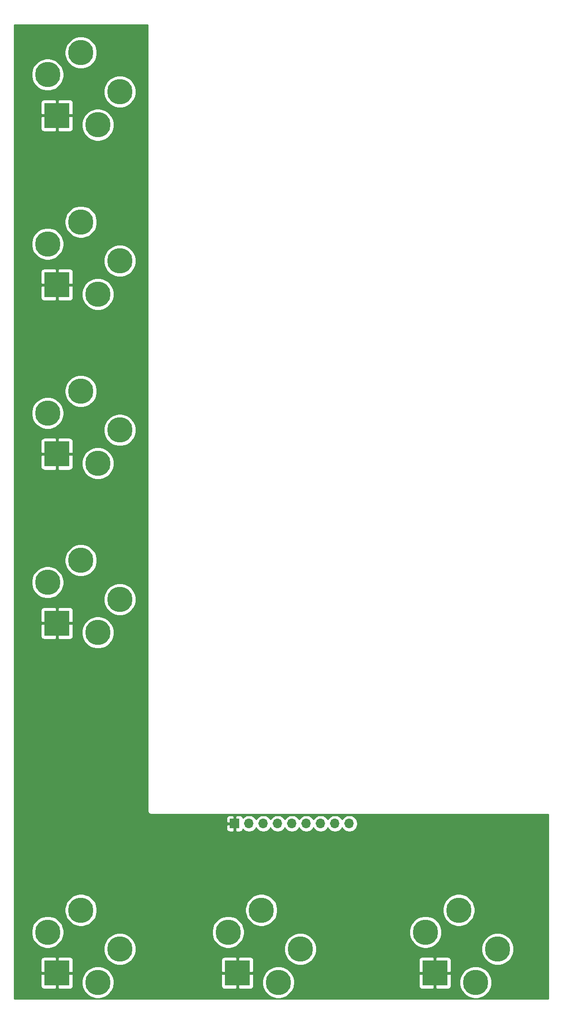
<source format=gbr>
%TF.GenerationSoftware,KiCad,Pcbnew,5.1.6-c6e7f7d~87~ubuntu20.04.1*%
%TF.CreationDate,2020-10-18T20:27:54-04:00*%
%TF.ProjectId,stereoout,73746572-656f-46f7-9574-2e6b69636164,rev?*%
%TF.SameCoordinates,Original*%
%TF.FileFunction,Copper,L2,Bot*%
%TF.FilePolarity,Positive*%
%FSLAX46Y46*%
G04 Gerber Fmt 4.6, Leading zero omitted, Abs format (unit mm)*
G04 Created by KiCad (PCBNEW 5.1.6-c6e7f7d~87~ubuntu20.04.1) date 2020-10-18 20:27:54*
%MOMM*%
%LPD*%
G01*
G04 APERTURE LIST*
%TA.AperFunction,ComponentPad*%
%ADD10C,4.500001*%
%TD*%
%TA.AperFunction,ComponentPad*%
%ADD11C,4.500000*%
%TD*%
%TA.AperFunction,ComponentPad*%
%ADD12R,4.500001X4.500001*%
%TD*%
%TA.AperFunction,ComponentPad*%
%ADD13O,1.700000X1.700000*%
%TD*%
%TA.AperFunction,ComponentPad*%
%ADD14R,1.700000X1.700000*%
%TD*%
%TA.AperFunction,Conductor*%
%ADD15C,0.254000*%
%TD*%
G04 APERTURE END LIST*
D10*
%TO.P,J6,RN*%
%TO.N,N/C*%
X167500000Y-32400000D03*
D11*
%TO.P,J6,TN*%
X158600000Y-23500000D03*
D10*
%TO.P,J6,R*%
X171400000Y-26500000D03*
D12*
%TO.P,J6,S*%
%TO.N,GND*%
X160260000Y-30740000D03*
D11*
%TO.P,J6,T*%
%TO.N,Net-(J13-Pad2)*%
X164500000Y-19600000D03*
%TD*%
D13*
%TO.P,J13,9*%
%TO.N,Net-(J12-PadR)*%
X212090000Y-156260000D03*
%TO.P,J13,8*%
%TO.N,Net-(J12-PadT)*%
X209550000Y-156260000D03*
%TO.P,J13,7*%
%TO.N,Net-(J11-PadT)*%
X207010000Y-156260000D03*
%TO.P,J13,6*%
%TO.N,Net-(J10-PadT)*%
X204470000Y-156260000D03*
%TO.P,J13,5*%
%TO.N,Net-(J13-Pad5)*%
X201930000Y-156260000D03*
%TO.P,J13,4*%
%TO.N,Net-(J13-Pad4)*%
X199390000Y-156260000D03*
%TO.P,J13,3*%
%TO.N,Net-(J13-Pad3)*%
X196850000Y-156260000D03*
%TO.P,J13,2*%
%TO.N,Net-(J13-Pad2)*%
X194310000Y-156260000D03*
D14*
%TO.P,J13,1*%
%TO.N,GND*%
X191770000Y-156260000D03*
%TD*%
D10*
%TO.P,J7,RN*%
%TO.N,N/C*%
X167500000Y-62400000D03*
D11*
%TO.P,J7,TN*%
X158600000Y-53500000D03*
D10*
%TO.P,J7,R*%
X171400000Y-56500000D03*
D12*
%TO.P,J7,S*%
%TO.N,GND*%
X160260000Y-60740000D03*
D11*
%TO.P,J7,T*%
%TO.N,Net-(J13-Pad3)*%
X164500000Y-49600000D03*
%TD*%
D10*
%TO.P,J12,RN*%
%TO.N,N/C*%
X234500000Y-184400000D03*
D11*
%TO.P,J12,TN*%
X225600000Y-175500000D03*
D10*
%TO.P,J12,R*%
%TO.N,Net-(J12-PadR)*%
X238400000Y-178500000D03*
D12*
%TO.P,J12,S*%
%TO.N,GND*%
X227260000Y-182740000D03*
D11*
%TO.P,J12,T*%
%TO.N,Net-(J12-PadT)*%
X231500000Y-171600000D03*
%TD*%
D10*
%TO.P,J11,RN*%
%TO.N,N/C*%
X199500000Y-184400000D03*
D11*
%TO.P,J11,TN*%
X190600000Y-175500000D03*
D10*
%TO.P,J11,R*%
X203400000Y-178500000D03*
D12*
%TO.P,J11,S*%
%TO.N,GND*%
X192260000Y-182740000D03*
D11*
%TO.P,J11,T*%
%TO.N,Net-(J11-PadT)*%
X196500000Y-171600000D03*
%TD*%
D10*
%TO.P,J9,RN*%
%TO.N,N/C*%
X167500000Y-122400000D03*
D11*
%TO.P,J9,TN*%
X158600000Y-113500000D03*
D10*
%TO.P,J9,R*%
X171400000Y-116500000D03*
D12*
%TO.P,J9,S*%
%TO.N,GND*%
X160260000Y-120740000D03*
D11*
%TO.P,J9,T*%
%TO.N,Net-(J13-Pad5)*%
X164500000Y-109600000D03*
%TD*%
D10*
%TO.P,J8,RN*%
%TO.N,N/C*%
X167500000Y-92400000D03*
D11*
%TO.P,J8,TN*%
X158600000Y-83500000D03*
D10*
%TO.P,J8,R*%
X171400000Y-86500000D03*
D12*
%TO.P,J8,S*%
%TO.N,GND*%
X160260000Y-90740000D03*
D11*
%TO.P,J8,T*%
%TO.N,Net-(J13-Pad4)*%
X164500000Y-79600000D03*
%TD*%
D10*
%TO.P,J10,RN*%
%TO.N,N/C*%
X167500000Y-184400000D03*
D11*
%TO.P,J10,TN*%
X158600000Y-175500000D03*
D10*
%TO.P,J10,R*%
X171400000Y-178500000D03*
D12*
%TO.P,J10,S*%
%TO.N,GND*%
X160260000Y-182740000D03*
D11*
%TO.P,J10,T*%
%TO.N,Net-(J10-PadT)*%
X164500000Y-171600000D03*
%TD*%
D15*
%TO.N,GND*%
G36*
X176340001Y-153967570D02*
G01*
X176336807Y-154000000D01*
X176349550Y-154129383D01*
X176387290Y-154253793D01*
X176448575Y-154368450D01*
X176531052Y-154468948D01*
X176631550Y-154551425D01*
X176746207Y-154612710D01*
X176870617Y-154650450D01*
X176967581Y-154660000D01*
X177000000Y-154663193D01*
X177032419Y-154660000D01*
X247340000Y-154660000D01*
X247340001Y-187340000D01*
X152660000Y-187340000D01*
X152660000Y-184990000D01*
X157371928Y-184990000D01*
X157384188Y-185114482D01*
X157420498Y-185234180D01*
X157479463Y-185344494D01*
X157558815Y-185441185D01*
X157655506Y-185520537D01*
X157765820Y-185579502D01*
X157885518Y-185615812D01*
X158010000Y-185628072D01*
X159974250Y-185625000D01*
X160133000Y-185466250D01*
X160133000Y-182867000D01*
X160387000Y-182867000D01*
X160387000Y-185466250D01*
X160545750Y-185625000D01*
X162510000Y-185628072D01*
X162634482Y-185615812D01*
X162754180Y-185579502D01*
X162864494Y-185520537D01*
X162961185Y-185441185D01*
X163040537Y-185344494D01*
X163099502Y-185234180D01*
X163135812Y-185114482D01*
X163148072Y-184990000D01*
X163146705Y-184115852D01*
X164615000Y-184115852D01*
X164615000Y-184684148D01*
X164725869Y-185241523D01*
X164943346Y-185766560D01*
X165259074Y-186239080D01*
X165660920Y-186640926D01*
X166133440Y-186956654D01*
X166658477Y-187174131D01*
X167215852Y-187285000D01*
X167784148Y-187285000D01*
X168341523Y-187174131D01*
X168866560Y-186956654D01*
X169339080Y-186640926D01*
X169740926Y-186239080D01*
X170056654Y-185766560D01*
X170274131Y-185241523D01*
X170324162Y-184990000D01*
X189371928Y-184990000D01*
X189384188Y-185114482D01*
X189420498Y-185234180D01*
X189479463Y-185344494D01*
X189558815Y-185441185D01*
X189655506Y-185520537D01*
X189765820Y-185579502D01*
X189885518Y-185615812D01*
X190010000Y-185628072D01*
X191974250Y-185625000D01*
X192133000Y-185466250D01*
X192133000Y-182867000D01*
X192387000Y-182867000D01*
X192387000Y-185466250D01*
X192545750Y-185625000D01*
X194510000Y-185628072D01*
X194634482Y-185615812D01*
X194754180Y-185579502D01*
X194864494Y-185520537D01*
X194961185Y-185441185D01*
X195040537Y-185344494D01*
X195099502Y-185234180D01*
X195135812Y-185114482D01*
X195148072Y-184990000D01*
X195146705Y-184115852D01*
X196615000Y-184115852D01*
X196615000Y-184684148D01*
X196725869Y-185241523D01*
X196943346Y-185766560D01*
X197259074Y-186239080D01*
X197660920Y-186640926D01*
X198133440Y-186956654D01*
X198658477Y-187174131D01*
X199215852Y-187285000D01*
X199784148Y-187285000D01*
X200341523Y-187174131D01*
X200866560Y-186956654D01*
X201339080Y-186640926D01*
X201740926Y-186239080D01*
X202056654Y-185766560D01*
X202274131Y-185241523D01*
X202324162Y-184990000D01*
X224371928Y-184990000D01*
X224384188Y-185114482D01*
X224420498Y-185234180D01*
X224479463Y-185344494D01*
X224558815Y-185441185D01*
X224655506Y-185520537D01*
X224765820Y-185579502D01*
X224885518Y-185615812D01*
X225010000Y-185628072D01*
X226974250Y-185625000D01*
X227133000Y-185466250D01*
X227133000Y-182867000D01*
X227387000Y-182867000D01*
X227387000Y-185466250D01*
X227545750Y-185625000D01*
X229510000Y-185628072D01*
X229634482Y-185615812D01*
X229754180Y-185579502D01*
X229864494Y-185520537D01*
X229961185Y-185441185D01*
X230040537Y-185344494D01*
X230099502Y-185234180D01*
X230135812Y-185114482D01*
X230148072Y-184990000D01*
X230146705Y-184115852D01*
X231615000Y-184115852D01*
X231615000Y-184684148D01*
X231725869Y-185241523D01*
X231943346Y-185766560D01*
X232259074Y-186239080D01*
X232660920Y-186640926D01*
X233133440Y-186956654D01*
X233658477Y-187174131D01*
X234215852Y-187285000D01*
X234784148Y-187285000D01*
X235341523Y-187174131D01*
X235866560Y-186956654D01*
X236339080Y-186640926D01*
X236740926Y-186239080D01*
X237056654Y-185766560D01*
X237274131Y-185241523D01*
X237385000Y-184684148D01*
X237385000Y-184115852D01*
X237274131Y-183558477D01*
X237056654Y-183033440D01*
X236740926Y-182560920D01*
X236339080Y-182159074D01*
X235866560Y-181843346D01*
X235341523Y-181625869D01*
X234784148Y-181515000D01*
X234215852Y-181515000D01*
X233658477Y-181625869D01*
X233133440Y-181843346D01*
X232660920Y-182159074D01*
X232259074Y-182560920D01*
X231943346Y-183033440D01*
X231725869Y-183558477D01*
X231615000Y-184115852D01*
X230146705Y-184115852D01*
X230145000Y-183025750D01*
X229986250Y-182867000D01*
X227387000Y-182867000D01*
X227133000Y-182867000D01*
X224533750Y-182867000D01*
X224375000Y-183025750D01*
X224371928Y-184990000D01*
X202324162Y-184990000D01*
X202385000Y-184684148D01*
X202385000Y-184115852D01*
X202274131Y-183558477D01*
X202056654Y-183033440D01*
X201740926Y-182560920D01*
X201339080Y-182159074D01*
X200866560Y-181843346D01*
X200341523Y-181625869D01*
X199784148Y-181515000D01*
X199215852Y-181515000D01*
X198658477Y-181625869D01*
X198133440Y-181843346D01*
X197660920Y-182159074D01*
X197259074Y-182560920D01*
X196943346Y-183033440D01*
X196725869Y-183558477D01*
X196615000Y-184115852D01*
X195146705Y-184115852D01*
X195145000Y-183025750D01*
X194986250Y-182867000D01*
X192387000Y-182867000D01*
X192133000Y-182867000D01*
X189533750Y-182867000D01*
X189375000Y-183025750D01*
X189371928Y-184990000D01*
X170324162Y-184990000D01*
X170385000Y-184684148D01*
X170385000Y-184115852D01*
X170274131Y-183558477D01*
X170056654Y-183033440D01*
X169740926Y-182560920D01*
X169339080Y-182159074D01*
X168866560Y-181843346D01*
X168341523Y-181625869D01*
X167784148Y-181515000D01*
X167215852Y-181515000D01*
X166658477Y-181625869D01*
X166133440Y-181843346D01*
X165660920Y-182159074D01*
X165259074Y-182560920D01*
X164943346Y-183033440D01*
X164725869Y-183558477D01*
X164615000Y-184115852D01*
X163146705Y-184115852D01*
X163145000Y-183025750D01*
X162986250Y-182867000D01*
X160387000Y-182867000D01*
X160133000Y-182867000D01*
X157533750Y-182867000D01*
X157375000Y-183025750D01*
X157371928Y-184990000D01*
X152660000Y-184990000D01*
X152660000Y-180490000D01*
X157371928Y-180490000D01*
X157375000Y-182454250D01*
X157533750Y-182613000D01*
X160133000Y-182613000D01*
X160133000Y-180013750D01*
X160387000Y-180013750D01*
X160387000Y-182613000D01*
X162986250Y-182613000D01*
X163145000Y-182454250D01*
X163148072Y-180490000D01*
X163135812Y-180365518D01*
X163099502Y-180245820D01*
X163040537Y-180135506D01*
X162961185Y-180038815D01*
X162864494Y-179959463D01*
X162754180Y-179900498D01*
X162634482Y-179864188D01*
X162510000Y-179851928D01*
X160545750Y-179855000D01*
X160387000Y-180013750D01*
X160133000Y-180013750D01*
X159974250Y-179855000D01*
X158010000Y-179851928D01*
X157885518Y-179864188D01*
X157765820Y-179900498D01*
X157655506Y-179959463D01*
X157558815Y-180038815D01*
X157479463Y-180135506D01*
X157420498Y-180245820D01*
X157384188Y-180365518D01*
X157371928Y-180490000D01*
X152660000Y-180490000D01*
X152660000Y-175215852D01*
X155715000Y-175215852D01*
X155715000Y-175784148D01*
X155825869Y-176341523D01*
X156043346Y-176866560D01*
X156359074Y-177339080D01*
X156760920Y-177740926D01*
X157233440Y-178056654D01*
X157758477Y-178274131D01*
X158315852Y-178385000D01*
X158884148Y-178385000D01*
X159441523Y-178274131D01*
X159582221Y-178215852D01*
X168515000Y-178215852D01*
X168515000Y-178784148D01*
X168625869Y-179341523D01*
X168843346Y-179866560D01*
X169159074Y-180339080D01*
X169560920Y-180740926D01*
X170033440Y-181056654D01*
X170558477Y-181274131D01*
X171115852Y-181385000D01*
X171684148Y-181385000D01*
X172241523Y-181274131D01*
X172766560Y-181056654D01*
X173239080Y-180740926D01*
X173490006Y-180490000D01*
X189371928Y-180490000D01*
X189375000Y-182454250D01*
X189533750Y-182613000D01*
X192133000Y-182613000D01*
X192133000Y-180013750D01*
X192387000Y-180013750D01*
X192387000Y-182613000D01*
X194986250Y-182613000D01*
X195145000Y-182454250D01*
X195148072Y-180490000D01*
X195135812Y-180365518D01*
X195099502Y-180245820D01*
X195040537Y-180135506D01*
X194961185Y-180038815D01*
X194864494Y-179959463D01*
X194754180Y-179900498D01*
X194634482Y-179864188D01*
X194510000Y-179851928D01*
X192545750Y-179855000D01*
X192387000Y-180013750D01*
X192133000Y-180013750D01*
X191974250Y-179855000D01*
X190010000Y-179851928D01*
X189885518Y-179864188D01*
X189765820Y-179900498D01*
X189655506Y-179959463D01*
X189558815Y-180038815D01*
X189479463Y-180135506D01*
X189420498Y-180245820D01*
X189384188Y-180365518D01*
X189371928Y-180490000D01*
X173490006Y-180490000D01*
X173640926Y-180339080D01*
X173956654Y-179866560D01*
X174174131Y-179341523D01*
X174285000Y-178784148D01*
X174285000Y-178215852D01*
X174174131Y-177658477D01*
X173956654Y-177133440D01*
X173640926Y-176660920D01*
X173239080Y-176259074D01*
X172766560Y-175943346D01*
X172241523Y-175725869D01*
X171684148Y-175615000D01*
X171115852Y-175615000D01*
X170558477Y-175725869D01*
X170033440Y-175943346D01*
X169560920Y-176259074D01*
X169159074Y-176660920D01*
X168843346Y-177133440D01*
X168625869Y-177658477D01*
X168515000Y-178215852D01*
X159582221Y-178215852D01*
X159966560Y-178056654D01*
X160439080Y-177740926D01*
X160840926Y-177339080D01*
X161156654Y-176866560D01*
X161374131Y-176341523D01*
X161485000Y-175784148D01*
X161485000Y-175215852D01*
X187715000Y-175215852D01*
X187715000Y-175784148D01*
X187825869Y-176341523D01*
X188043346Y-176866560D01*
X188359074Y-177339080D01*
X188760920Y-177740926D01*
X189233440Y-178056654D01*
X189758477Y-178274131D01*
X190315852Y-178385000D01*
X190884148Y-178385000D01*
X191441523Y-178274131D01*
X191582221Y-178215852D01*
X200515000Y-178215852D01*
X200515000Y-178784148D01*
X200625869Y-179341523D01*
X200843346Y-179866560D01*
X201159074Y-180339080D01*
X201560920Y-180740926D01*
X202033440Y-181056654D01*
X202558477Y-181274131D01*
X203115852Y-181385000D01*
X203684148Y-181385000D01*
X204241523Y-181274131D01*
X204766560Y-181056654D01*
X205239080Y-180740926D01*
X205490006Y-180490000D01*
X224371928Y-180490000D01*
X224375000Y-182454250D01*
X224533750Y-182613000D01*
X227133000Y-182613000D01*
X227133000Y-180013750D01*
X227387000Y-180013750D01*
X227387000Y-182613000D01*
X229986250Y-182613000D01*
X230145000Y-182454250D01*
X230148072Y-180490000D01*
X230135812Y-180365518D01*
X230099502Y-180245820D01*
X230040537Y-180135506D01*
X229961185Y-180038815D01*
X229864494Y-179959463D01*
X229754180Y-179900498D01*
X229634482Y-179864188D01*
X229510000Y-179851928D01*
X227545750Y-179855000D01*
X227387000Y-180013750D01*
X227133000Y-180013750D01*
X226974250Y-179855000D01*
X225010000Y-179851928D01*
X224885518Y-179864188D01*
X224765820Y-179900498D01*
X224655506Y-179959463D01*
X224558815Y-180038815D01*
X224479463Y-180135506D01*
X224420498Y-180245820D01*
X224384188Y-180365518D01*
X224371928Y-180490000D01*
X205490006Y-180490000D01*
X205640926Y-180339080D01*
X205956654Y-179866560D01*
X206174131Y-179341523D01*
X206285000Y-178784148D01*
X206285000Y-178215852D01*
X206174131Y-177658477D01*
X205956654Y-177133440D01*
X205640926Y-176660920D01*
X205239080Y-176259074D01*
X204766560Y-175943346D01*
X204241523Y-175725869D01*
X203684148Y-175615000D01*
X203115852Y-175615000D01*
X202558477Y-175725869D01*
X202033440Y-175943346D01*
X201560920Y-176259074D01*
X201159074Y-176660920D01*
X200843346Y-177133440D01*
X200625869Y-177658477D01*
X200515000Y-178215852D01*
X191582221Y-178215852D01*
X191966560Y-178056654D01*
X192439080Y-177740926D01*
X192840926Y-177339080D01*
X193156654Y-176866560D01*
X193374131Y-176341523D01*
X193485000Y-175784148D01*
X193485000Y-175215852D01*
X222715000Y-175215852D01*
X222715000Y-175784148D01*
X222825869Y-176341523D01*
X223043346Y-176866560D01*
X223359074Y-177339080D01*
X223760920Y-177740926D01*
X224233440Y-178056654D01*
X224758477Y-178274131D01*
X225315852Y-178385000D01*
X225884148Y-178385000D01*
X226441523Y-178274131D01*
X226582221Y-178215852D01*
X235515000Y-178215852D01*
X235515000Y-178784148D01*
X235625869Y-179341523D01*
X235843346Y-179866560D01*
X236159074Y-180339080D01*
X236560920Y-180740926D01*
X237033440Y-181056654D01*
X237558477Y-181274131D01*
X238115852Y-181385000D01*
X238684148Y-181385000D01*
X239241523Y-181274131D01*
X239766560Y-181056654D01*
X240239080Y-180740926D01*
X240640926Y-180339080D01*
X240956654Y-179866560D01*
X241174131Y-179341523D01*
X241285000Y-178784148D01*
X241285000Y-178215852D01*
X241174131Y-177658477D01*
X240956654Y-177133440D01*
X240640926Y-176660920D01*
X240239080Y-176259074D01*
X239766560Y-175943346D01*
X239241523Y-175725869D01*
X238684148Y-175615000D01*
X238115852Y-175615000D01*
X237558477Y-175725869D01*
X237033440Y-175943346D01*
X236560920Y-176259074D01*
X236159074Y-176660920D01*
X235843346Y-177133440D01*
X235625869Y-177658477D01*
X235515000Y-178215852D01*
X226582221Y-178215852D01*
X226966560Y-178056654D01*
X227439080Y-177740926D01*
X227840926Y-177339080D01*
X228156654Y-176866560D01*
X228374131Y-176341523D01*
X228485000Y-175784148D01*
X228485000Y-175215852D01*
X228374131Y-174658477D01*
X228156654Y-174133440D01*
X227840926Y-173660920D01*
X227439080Y-173259074D01*
X226966560Y-172943346D01*
X226441523Y-172725869D01*
X225884148Y-172615000D01*
X225315852Y-172615000D01*
X224758477Y-172725869D01*
X224233440Y-172943346D01*
X223760920Y-173259074D01*
X223359074Y-173660920D01*
X223043346Y-174133440D01*
X222825869Y-174658477D01*
X222715000Y-175215852D01*
X193485000Y-175215852D01*
X193374131Y-174658477D01*
X193156654Y-174133440D01*
X192840926Y-173660920D01*
X192439080Y-173259074D01*
X191966560Y-172943346D01*
X191441523Y-172725869D01*
X190884148Y-172615000D01*
X190315852Y-172615000D01*
X189758477Y-172725869D01*
X189233440Y-172943346D01*
X188760920Y-173259074D01*
X188359074Y-173660920D01*
X188043346Y-174133440D01*
X187825869Y-174658477D01*
X187715000Y-175215852D01*
X161485000Y-175215852D01*
X161374131Y-174658477D01*
X161156654Y-174133440D01*
X160840926Y-173660920D01*
X160439080Y-173259074D01*
X159966560Y-172943346D01*
X159441523Y-172725869D01*
X158884148Y-172615000D01*
X158315852Y-172615000D01*
X157758477Y-172725869D01*
X157233440Y-172943346D01*
X156760920Y-173259074D01*
X156359074Y-173660920D01*
X156043346Y-174133440D01*
X155825869Y-174658477D01*
X155715000Y-175215852D01*
X152660000Y-175215852D01*
X152660000Y-171315852D01*
X161615000Y-171315852D01*
X161615000Y-171884148D01*
X161725869Y-172441523D01*
X161943346Y-172966560D01*
X162259074Y-173439080D01*
X162660920Y-173840926D01*
X163133440Y-174156654D01*
X163658477Y-174374131D01*
X164215852Y-174485000D01*
X164784148Y-174485000D01*
X165341523Y-174374131D01*
X165866560Y-174156654D01*
X166339080Y-173840926D01*
X166740926Y-173439080D01*
X167056654Y-172966560D01*
X167274131Y-172441523D01*
X167385000Y-171884148D01*
X167385000Y-171315852D01*
X193615000Y-171315852D01*
X193615000Y-171884148D01*
X193725869Y-172441523D01*
X193943346Y-172966560D01*
X194259074Y-173439080D01*
X194660920Y-173840926D01*
X195133440Y-174156654D01*
X195658477Y-174374131D01*
X196215852Y-174485000D01*
X196784148Y-174485000D01*
X197341523Y-174374131D01*
X197866560Y-174156654D01*
X198339080Y-173840926D01*
X198740926Y-173439080D01*
X199056654Y-172966560D01*
X199274131Y-172441523D01*
X199385000Y-171884148D01*
X199385000Y-171315852D01*
X228615000Y-171315852D01*
X228615000Y-171884148D01*
X228725869Y-172441523D01*
X228943346Y-172966560D01*
X229259074Y-173439080D01*
X229660920Y-173840926D01*
X230133440Y-174156654D01*
X230658477Y-174374131D01*
X231215852Y-174485000D01*
X231784148Y-174485000D01*
X232341523Y-174374131D01*
X232866560Y-174156654D01*
X233339080Y-173840926D01*
X233740926Y-173439080D01*
X234056654Y-172966560D01*
X234274131Y-172441523D01*
X234385000Y-171884148D01*
X234385000Y-171315852D01*
X234274131Y-170758477D01*
X234056654Y-170233440D01*
X233740926Y-169760920D01*
X233339080Y-169359074D01*
X232866560Y-169043346D01*
X232341523Y-168825869D01*
X231784148Y-168715000D01*
X231215852Y-168715000D01*
X230658477Y-168825869D01*
X230133440Y-169043346D01*
X229660920Y-169359074D01*
X229259074Y-169760920D01*
X228943346Y-170233440D01*
X228725869Y-170758477D01*
X228615000Y-171315852D01*
X199385000Y-171315852D01*
X199274131Y-170758477D01*
X199056654Y-170233440D01*
X198740926Y-169760920D01*
X198339080Y-169359074D01*
X197866560Y-169043346D01*
X197341523Y-168825869D01*
X196784148Y-168715000D01*
X196215852Y-168715000D01*
X195658477Y-168825869D01*
X195133440Y-169043346D01*
X194660920Y-169359074D01*
X194259074Y-169760920D01*
X193943346Y-170233440D01*
X193725869Y-170758477D01*
X193615000Y-171315852D01*
X167385000Y-171315852D01*
X167274131Y-170758477D01*
X167056654Y-170233440D01*
X166740926Y-169760920D01*
X166339080Y-169359074D01*
X165866560Y-169043346D01*
X165341523Y-168825869D01*
X164784148Y-168715000D01*
X164215852Y-168715000D01*
X163658477Y-168825869D01*
X163133440Y-169043346D01*
X162660920Y-169359074D01*
X162259074Y-169760920D01*
X161943346Y-170233440D01*
X161725869Y-170758477D01*
X161615000Y-171315852D01*
X152660000Y-171315852D01*
X152660000Y-157110000D01*
X190281928Y-157110000D01*
X190294188Y-157234482D01*
X190330498Y-157354180D01*
X190389463Y-157464494D01*
X190468815Y-157561185D01*
X190565506Y-157640537D01*
X190675820Y-157699502D01*
X190795518Y-157735812D01*
X190920000Y-157748072D01*
X191484250Y-157745000D01*
X191643000Y-157586250D01*
X191643000Y-156387000D01*
X190443750Y-156387000D01*
X190285000Y-156545750D01*
X190281928Y-157110000D01*
X152660000Y-157110000D01*
X152660000Y-155410000D01*
X190281928Y-155410000D01*
X190285000Y-155974250D01*
X190443750Y-156133000D01*
X191643000Y-156133000D01*
X191643000Y-154933750D01*
X191897000Y-154933750D01*
X191897000Y-156133000D01*
X191917000Y-156133000D01*
X191917000Y-156387000D01*
X191897000Y-156387000D01*
X191897000Y-157586250D01*
X192055750Y-157745000D01*
X192620000Y-157748072D01*
X192744482Y-157735812D01*
X192864180Y-157699502D01*
X192974494Y-157640537D01*
X193071185Y-157561185D01*
X193150537Y-157464494D01*
X193209502Y-157354180D01*
X193231513Y-157281620D01*
X193363368Y-157413475D01*
X193606589Y-157575990D01*
X193876842Y-157687932D01*
X194163740Y-157745000D01*
X194456260Y-157745000D01*
X194743158Y-157687932D01*
X195013411Y-157575990D01*
X195256632Y-157413475D01*
X195463475Y-157206632D01*
X195580000Y-157032240D01*
X195696525Y-157206632D01*
X195903368Y-157413475D01*
X196146589Y-157575990D01*
X196416842Y-157687932D01*
X196703740Y-157745000D01*
X196996260Y-157745000D01*
X197283158Y-157687932D01*
X197553411Y-157575990D01*
X197796632Y-157413475D01*
X198003475Y-157206632D01*
X198120000Y-157032240D01*
X198236525Y-157206632D01*
X198443368Y-157413475D01*
X198686589Y-157575990D01*
X198956842Y-157687932D01*
X199243740Y-157745000D01*
X199536260Y-157745000D01*
X199823158Y-157687932D01*
X200093411Y-157575990D01*
X200336632Y-157413475D01*
X200543475Y-157206632D01*
X200660000Y-157032240D01*
X200776525Y-157206632D01*
X200983368Y-157413475D01*
X201226589Y-157575990D01*
X201496842Y-157687932D01*
X201783740Y-157745000D01*
X202076260Y-157745000D01*
X202363158Y-157687932D01*
X202633411Y-157575990D01*
X202876632Y-157413475D01*
X203083475Y-157206632D01*
X203200000Y-157032240D01*
X203316525Y-157206632D01*
X203523368Y-157413475D01*
X203766589Y-157575990D01*
X204036842Y-157687932D01*
X204323740Y-157745000D01*
X204616260Y-157745000D01*
X204903158Y-157687932D01*
X205173411Y-157575990D01*
X205416632Y-157413475D01*
X205623475Y-157206632D01*
X205740000Y-157032240D01*
X205856525Y-157206632D01*
X206063368Y-157413475D01*
X206306589Y-157575990D01*
X206576842Y-157687932D01*
X206863740Y-157745000D01*
X207156260Y-157745000D01*
X207443158Y-157687932D01*
X207713411Y-157575990D01*
X207956632Y-157413475D01*
X208163475Y-157206632D01*
X208280000Y-157032240D01*
X208396525Y-157206632D01*
X208603368Y-157413475D01*
X208846589Y-157575990D01*
X209116842Y-157687932D01*
X209403740Y-157745000D01*
X209696260Y-157745000D01*
X209983158Y-157687932D01*
X210253411Y-157575990D01*
X210496632Y-157413475D01*
X210703475Y-157206632D01*
X210820000Y-157032240D01*
X210936525Y-157206632D01*
X211143368Y-157413475D01*
X211386589Y-157575990D01*
X211656842Y-157687932D01*
X211943740Y-157745000D01*
X212236260Y-157745000D01*
X212523158Y-157687932D01*
X212793411Y-157575990D01*
X213036632Y-157413475D01*
X213243475Y-157206632D01*
X213405990Y-156963411D01*
X213517932Y-156693158D01*
X213575000Y-156406260D01*
X213575000Y-156113740D01*
X213517932Y-155826842D01*
X213405990Y-155556589D01*
X213243475Y-155313368D01*
X213036632Y-155106525D01*
X212793411Y-154944010D01*
X212523158Y-154832068D01*
X212236260Y-154775000D01*
X211943740Y-154775000D01*
X211656842Y-154832068D01*
X211386589Y-154944010D01*
X211143368Y-155106525D01*
X210936525Y-155313368D01*
X210820000Y-155487760D01*
X210703475Y-155313368D01*
X210496632Y-155106525D01*
X210253411Y-154944010D01*
X209983158Y-154832068D01*
X209696260Y-154775000D01*
X209403740Y-154775000D01*
X209116842Y-154832068D01*
X208846589Y-154944010D01*
X208603368Y-155106525D01*
X208396525Y-155313368D01*
X208280000Y-155487760D01*
X208163475Y-155313368D01*
X207956632Y-155106525D01*
X207713411Y-154944010D01*
X207443158Y-154832068D01*
X207156260Y-154775000D01*
X206863740Y-154775000D01*
X206576842Y-154832068D01*
X206306589Y-154944010D01*
X206063368Y-155106525D01*
X205856525Y-155313368D01*
X205740000Y-155487760D01*
X205623475Y-155313368D01*
X205416632Y-155106525D01*
X205173411Y-154944010D01*
X204903158Y-154832068D01*
X204616260Y-154775000D01*
X204323740Y-154775000D01*
X204036842Y-154832068D01*
X203766589Y-154944010D01*
X203523368Y-155106525D01*
X203316525Y-155313368D01*
X203200000Y-155487760D01*
X203083475Y-155313368D01*
X202876632Y-155106525D01*
X202633411Y-154944010D01*
X202363158Y-154832068D01*
X202076260Y-154775000D01*
X201783740Y-154775000D01*
X201496842Y-154832068D01*
X201226589Y-154944010D01*
X200983368Y-155106525D01*
X200776525Y-155313368D01*
X200660000Y-155487760D01*
X200543475Y-155313368D01*
X200336632Y-155106525D01*
X200093411Y-154944010D01*
X199823158Y-154832068D01*
X199536260Y-154775000D01*
X199243740Y-154775000D01*
X198956842Y-154832068D01*
X198686589Y-154944010D01*
X198443368Y-155106525D01*
X198236525Y-155313368D01*
X198120000Y-155487760D01*
X198003475Y-155313368D01*
X197796632Y-155106525D01*
X197553411Y-154944010D01*
X197283158Y-154832068D01*
X196996260Y-154775000D01*
X196703740Y-154775000D01*
X196416842Y-154832068D01*
X196146589Y-154944010D01*
X195903368Y-155106525D01*
X195696525Y-155313368D01*
X195580000Y-155487760D01*
X195463475Y-155313368D01*
X195256632Y-155106525D01*
X195013411Y-154944010D01*
X194743158Y-154832068D01*
X194456260Y-154775000D01*
X194163740Y-154775000D01*
X193876842Y-154832068D01*
X193606589Y-154944010D01*
X193363368Y-155106525D01*
X193231513Y-155238380D01*
X193209502Y-155165820D01*
X193150537Y-155055506D01*
X193071185Y-154958815D01*
X192974494Y-154879463D01*
X192864180Y-154820498D01*
X192744482Y-154784188D01*
X192620000Y-154771928D01*
X192055750Y-154775000D01*
X191897000Y-154933750D01*
X191643000Y-154933750D01*
X191484250Y-154775000D01*
X190920000Y-154771928D01*
X190795518Y-154784188D01*
X190675820Y-154820498D01*
X190565506Y-154879463D01*
X190468815Y-154958815D01*
X190389463Y-155055506D01*
X190330498Y-155165820D01*
X190294188Y-155285518D01*
X190281928Y-155410000D01*
X152660000Y-155410000D01*
X152660000Y-122990000D01*
X157371928Y-122990000D01*
X157384188Y-123114482D01*
X157420498Y-123234180D01*
X157479463Y-123344494D01*
X157558815Y-123441185D01*
X157655506Y-123520537D01*
X157765820Y-123579502D01*
X157885518Y-123615812D01*
X158010000Y-123628072D01*
X159974250Y-123625000D01*
X160133000Y-123466250D01*
X160133000Y-120867000D01*
X160387000Y-120867000D01*
X160387000Y-123466250D01*
X160545750Y-123625000D01*
X162510000Y-123628072D01*
X162634482Y-123615812D01*
X162754180Y-123579502D01*
X162864494Y-123520537D01*
X162961185Y-123441185D01*
X163040537Y-123344494D01*
X163099502Y-123234180D01*
X163135812Y-123114482D01*
X163148072Y-122990000D01*
X163146705Y-122115852D01*
X164615000Y-122115852D01*
X164615000Y-122684148D01*
X164725869Y-123241523D01*
X164943346Y-123766560D01*
X165259074Y-124239080D01*
X165660920Y-124640926D01*
X166133440Y-124956654D01*
X166658477Y-125174131D01*
X167215852Y-125285000D01*
X167784148Y-125285000D01*
X168341523Y-125174131D01*
X168866560Y-124956654D01*
X169339080Y-124640926D01*
X169740926Y-124239080D01*
X170056654Y-123766560D01*
X170274131Y-123241523D01*
X170385000Y-122684148D01*
X170385000Y-122115852D01*
X170274131Y-121558477D01*
X170056654Y-121033440D01*
X169740926Y-120560920D01*
X169339080Y-120159074D01*
X168866560Y-119843346D01*
X168341523Y-119625869D01*
X167784148Y-119515000D01*
X167215852Y-119515000D01*
X166658477Y-119625869D01*
X166133440Y-119843346D01*
X165660920Y-120159074D01*
X165259074Y-120560920D01*
X164943346Y-121033440D01*
X164725869Y-121558477D01*
X164615000Y-122115852D01*
X163146705Y-122115852D01*
X163145000Y-121025750D01*
X162986250Y-120867000D01*
X160387000Y-120867000D01*
X160133000Y-120867000D01*
X157533750Y-120867000D01*
X157375000Y-121025750D01*
X157371928Y-122990000D01*
X152660000Y-122990000D01*
X152660000Y-118490000D01*
X157371928Y-118490000D01*
X157375000Y-120454250D01*
X157533750Y-120613000D01*
X160133000Y-120613000D01*
X160133000Y-118013750D01*
X160387000Y-118013750D01*
X160387000Y-120613000D01*
X162986250Y-120613000D01*
X163145000Y-120454250D01*
X163148072Y-118490000D01*
X163135812Y-118365518D01*
X163099502Y-118245820D01*
X163040537Y-118135506D01*
X162961185Y-118038815D01*
X162864494Y-117959463D01*
X162754180Y-117900498D01*
X162634482Y-117864188D01*
X162510000Y-117851928D01*
X160545750Y-117855000D01*
X160387000Y-118013750D01*
X160133000Y-118013750D01*
X159974250Y-117855000D01*
X158010000Y-117851928D01*
X157885518Y-117864188D01*
X157765820Y-117900498D01*
X157655506Y-117959463D01*
X157558815Y-118038815D01*
X157479463Y-118135506D01*
X157420498Y-118245820D01*
X157384188Y-118365518D01*
X157371928Y-118490000D01*
X152660000Y-118490000D01*
X152660000Y-113215852D01*
X155715000Y-113215852D01*
X155715000Y-113784148D01*
X155825869Y-114341523D01*
X156043346Y-114866560D01*
X156359074Y-115339080D01*
X156760920Y-115740926D01*
X157233440Y-116056654D01*
X157758477Y-116274131D01*
X158315852Y-116385000D01*
X158884148Y-116385000D01*
X159441523Y-116274131D01*
X159582221Y-116215852D01*
X168515000Y-116215852D01*
X168515000Y-116784148D01*
X168625869Y-117341523D01*
X168843346Y-117866560D01*
X169159074Y-118339080D01*
X169560920Y-118740926D01*
X170033440Y-119056654D01*
X170558477Y-119274131D01*
X171115852Y-119385000D01*
X171684148Y-119385000D01*
X172241523Y-119274131D01*
X172766560Y-119056654D01*
X173239080Y-118740926D01*
X173640926Y-118339080D01*
X173956654Y-117866560D01*
X174174131Y-117341523D01*
X174285000Y-116784148D01*
X174285000Y-116215852D01*
X174174131Y-115658477D01*
X173956654Y-115133440D01*
X173640926Y-114660920D01*
X173239080Y-114259074D01*
X172766560Y-113943346D01*
X172241523Y-113725869D01*
X171684148Y-113615000D01*
X171115852Y-113615000D01*
X170558477Y-113725869D01*
X170033440Y-113943346D01*
X169560920Y-114259074D01*
X169159074Y-114660920D01*
X168843346Y-115133440D01*
X168625869Y-115658477D01*
X168515000Y-116215852D01*
X159582221Y-116215852D01*
X159966560Y-116056654D01*
X160439080Y-115740926D01*
X160840926Y-115339080D01*
X161156654Y-114866560D01*
X161374131Y-114341523D01*
X161485000Y-113784148D01*
X161485000Y-113215852D01*
X161374131Y-112658477D01*
X161156654Y-112133440D01*
X160840926Y-111660920D01*
X160439080Y-111259074D01*
X159966560Y-110943346D01*
X159441523Y-110725869D01*
X158884148Y-110615000D01*
X158315852Y-110615000D01*
X157758477Y-110725869D01*
X157233440Y-110943346D01*
X156760920Y-111259074D01*
X156359074Y-111660920D01*
X156043346Y-112133440D01*
X155825869Y-112658477D01*
X155715000Y-113215852D01*
X152660000Y-113215852D01*
X152660000Y-109315852D01*
X161615000Y-109315852D01*
X161615000Y-109884148D01*
X161725869Y-110441523D01*
X161943346Y-110966560D01*
X162259074Y-111439080D01*
X162660920Y-111840926D01*
X163133440Y-112156654D01*
X163658477Y-112374131D01*
X164215852Y-112485000D01*
X164784148Y-112485000D01*
X165341523Y-112374131D01*
X165866560Y-112156654D01*
X166339080Y-111840926D01*
X166740926Y-111439080D01*
X167056654Y-110966560D01*
X167274131Y-110441523D01*
X167385000Y-109884148D01*
X167385000Y-109315852D01*
X167274131Y-108758477D01*
X167056654Y-108233440D01*
X166740926Y-107760920D01*
X166339080Y-107359074D01*
X165866560Y-107043346D01*
X165341523Y-106825869D01*
X164784148Y-106715000D01*
X164215852Y-106715000D01*
X163658477Y-106825869D01*
X163133440Y-107043346D01*
X162660920Y-107359074D01*
X162259074Y-107760920D01*
X161943346Y-108233440D01*
X161725869Y-108758477D01*
X161615000Y-109315852D01*
X152660000Y-109315852D01*
X152660000Y-92990000D01*
X157371928Y-92990000D01*
X157384188Y-93114482D01*
X157420498Y-93234180D01*
X157479463Y-93344494D01*
X157558815Y-93441185D01*
X157655506Y-93520537D01*
X157765820Y-93579502D01*
X157885518Y-93615812D01*
X158010000Y-93628072D01*
X159974250Y-93625000D01*
X160133000Y-93466250D01*
X160133000Y-90867000D01*
X160387000Y-90867000D01*
X160387000Y-93466250D01*
X160545750Y-93625000D01*
X162510000Y-93628072D01*
X162634482Y-93615812D01*
X162754180Y-93579502D01*
X162864494Y-93520537D01*
X162961185Y-93441185D01*
X163040537Y-93344494D01*
X163099502Y-93234180D01*
X163135812Y-93114482D01*
X163148072Y-92990000D01*
X163146705Y-92115852D01*
X164615000Y-92115852D01*
X164615000Y-92684148D01*
X164725869Y-93241523D01*
X164943346Y-93766560D01*
X165259074Y-94239080D01*
X165660920Y-94640926D01*
X166133440Y-94956654D01*
X166658477Y-95174131D01*
X167215852Y-95285000D01*
X167784148Y-95285000D01*
X168341523Y-95174131D01*
X168866560Y-94956654D01*
X169339080Y-94640926D01*
X169740926Y-94239080D01*
X170056654Y-93766560D01*
X170274131Y-93241523D01*
X170385000Y-92684148D01*
X170385000Y-92115852D01*
X170274131Y-91558477D01*
X170056654Y-91033440D01*
X169740926Y-90560920D01*
X169339080Y-90159074D01*
X168866560Y-89843346D01*
X168341523Y-89625869D01*
X167784148Y-89515000D01*
X167215852Y-89515000D01*
X166658477Y-89625869D01*
X166133440Y-89843346D01*
X165660920Y-90159074D01*
X165259074Y-90560920D01*
X164943346Y-91033440D01*
X164725869Y-91558477D01*
X164615000Y-92115852D01*
X163146705Y-92115852D01*
X163145000Y-91025750D01*
X162986250Y-90867000D01*
X160387000Y-90867000D01*
X160133000Y-90867000D01*
X157533750Y-90867000D01*
X157375000Y-91025750D01*
X157371928Y-92990000D01*
X152660000Y-92990000D01*
X152660000Y-88490000D01*
X157371928Y-88490000D01*
X157375000Y-90454250D01*
X157533750Y-90613000D01*
X160133000Y-90613000D01*
X160133000Y-88013750D01*
X160387000Y-88013750D01*
X160387000Y-90613000D01*
X162986250Y-90613000D01*
X163145000Y-90454250D01*
X163148072Y-88490000D01*
X163135812Y-88365518D01*
X163099502Y-88245820D01*
X163040537Y-88135506D01*
X162961185Y-88038815D01*
X162864494Y-87959463D01*
X162754180Y-87900498D01*
X162634482Y-87864188D01*
X162510000Y-87851928D01*
X160545750Y-87855000D01*
X160387000Y-88013750D01*
X160133000Y-88013750D01*
X159974250Y-87855000D01*
X158010000Y-87851928D01*
X157885518Y-87864188D01*
X157765820Y-87900498D01*
X157655506Y-87959463D01*
X157558815Y-88038815D01*
X157479463Y-88135506D01*
X157420498Y-88245820D01*
X157384188Y-88365518D01*
X157371928Y-88490000D01*
X152660000Y-88490000D01*
X152660000Y-83215852D01*
X155715000Y-83215852D01*
X155715000Y-83784148D01*
X155825869Y-84341523D01*
X156043346Y-84866560D01*
X156359074Y-85339080D01*
X156760920Y-85740926D01*
X157233440Y-86056654D01*
X157758477Y-86274131D01*
X158315852Y-86385000D01*
X158884148Y-86385000D01*
X159441523Y-86274131D01*
X159582221Y-86215852D01*
X168515000Y-86215852D01*
X168515000Y-86784148D01*
X168625869Y-87341523D01*
X168843346Y-87866560D01*
X169159074Y-88339080D01*
X169560920Y-88740926D01*
X170033440Y-89056654D01*
X170558477Y-89274131D01*
X171115852Y-89385000D01*
X171684148Y-89385000D01*
X172241523Y-89274131D01*
X172766560Y-89056654D01*
X173239080Y-88740926D01*
X173640926Y-88339080D01*
X173956654Y-87866560D01*
X174174131Y-87341523D01*
X174285000Y-86784148D01*
X174285000Y-86215852D01*
X174174131Y-85658477D01*
X173956654Y-85133440D01*
X173640926Y-84660920D01*
X173239080Y-84259074D01*
X172766560Y-83943346D01*
X172241523Y-83725869D01*
X171684148Y-83615000D01*
X171115852Y-83615000D01*
X170558477Y-83725869D01*
X170033440Y-83943346D01*
X169560920Y-84259074D01*
X169159074Y-84660920D01*
X168843346Y-85133440D01*
X168625869Y-85658477D01*
X168515000Y-86215852D01*
X159582221Y-86215852D01*
X159966560Y-86056654D01*
X160439080Y-85740926D01*
X160840926Y-85339080D01*
X161156654Y-84866560D01*
X161374131Y-84341523D01*
X161485000Y-83784148D01*
X161485000Y-83215852D01*
X161374131Y-82658477D01*
X161156654Y-82133440D01*
X160840926Y-81660920D01*
X160439080Y-81259074D01*
X159966560Y-80943346D01*
X159441523Y-80725869D01*
X158884148Y-80615000D01*
X158315852Y-80615000D01*
X157758477Y-80725869D01*
X157233440Y-80943346D01*
X156760920Y-81259074D01*
X156359074Y-81660920D01*
X156043346Y-82133440D01*
X155825869Y-82658477D01*
X155715000Y-83215852D01*
X152660000Y-83215852D01*
X152660000Y-79315852D01*
X161615000Y-79315852D01*
X161615000Y-79884148D01*
X161725869Y-80441523D01*
X161943346Y-80966560D01*
X162259074Y-81439080D01*
X162660920Y-81840926D01*
X163133440Y-82156654D01*
X163658477Y-82374131D01*
X164215852Y-82485000D01*
X164784148Y-82485000D01*
X165341523Y-82374131D01*
X165866560Y-82156654D01*
X166339080Y-81840926D01*
X166740926Y-81439080D01*
X167056654Y-80966560D01*
X167274131Y-80441523D01*
X167385000Y-79884148D01*
X167385000Y-79315852D01*
X167274131Y-78758477D01*
X167056654Y-78233440D01*
X166740926Y-77760920D01*
X166339080Y-77359074D01*
X165866560Y-77043346D01*
X165341523Y-76825869D01*
X164784148Y-76715000D01*
X164215852Y-76715000D01*
X163658477Y-76825869D01*
X163133440Y-77043346D01*
X162660920Y-77359074D01*
X162259074Y-77760920D01*
X161943346Y-78233440D01*
X161725869Y-78758477D01*
X161615000Y-79315852D01*
X152660000Y-79315852D01*
X152660000Y-62990000D01*
X157371928Y-62990000D01*
X157384188Y-63114482D01*
X157420498Y-63234180D01*
X157479463Y-63344494D01*
X157558815Y-63441185D01*
X157655506Y-63520537D01*
X157765820Y-63579502D01*
X157885518Y-63615812D01*
X158010000Y-63628072D01*
X159974250Y-63625000D01*
X160133000Y-63466250D01*
X160133000Y-60867000D01*
X160387000Y-60867000D01*
X160387000Y-63466250D01*
X160545750Y-63625000D01*
X162510000Y-63628072D01*
X162634482Y-63615812D01*
X162754180Y-63579502D01*
X162864494Y-63520537D01*
X162961185Y-63441185D01*
X163040537Y-63344494D01*
X163099502Y-63234180D01*
X163135812Y-63114482D01*
X163148072Y-62990000D01*
X163146705Y-62115852D01*
X164615000Y-62115852D01*
X164615000Y-62684148D01*
X164725869Y-63241523D01*
X164943346Y-63766560D01*
X165259074Y-64239080D01*
X165660920Y-64640926D01*
X166133440Y-64956654D01*
X166658477Y-65174131D01*
X167215852Y-65285000D01*
X167784148Y-65285000D01*
X168341523Y-65174131D01*
X168866560Y-64956654D01*
X169339080Y-64640926D01*
X169740926Y-64239080D01*
X170056654Y-63766560D01*
X170274131Y-63241523D01*
X170385000Y-62684148D01*
X170385000Y-62115852D01*
X170274131Y-61558477D01*
X170056654Y-61033440D01*
X169740926Y-60560920D01*
X169339080Y-60159074D01*
X168866560Y-59843346D01*
X168341523Y-59625869D01*
X167784148Y-59515000D01*
X167215852Y-59515000D01*
X166658477Y-59625869D01*
X166133440Y-59843346D01*
X165660920Y-60159074D01*
X165259074Y-60560920D01*
X164943346Y-61033440D01*
X164725869Y-61558477D01*
X164615000Y-62115852D01*
X163146705Y-62115852D01*
X163145000Y-61025750D01*
X162986250Y-60867000D01*
X160387000Y-60867000D01*
X160133000Y-60867000D01*
X157533750Y-60867000D01*
X157375000Y-61025750D01*
X157371928Y-62990000D01*
X152660000Y-62990000D01*
X152660000Y-58490000D01*
X157371928Y-58490000D01*
X157375000Y-60454250D01*
X157533750Y-60613000D01*
X160133000Y-60613000D01*
X160133000Y-58013750D01*
X160387000Y-58013750D01*
X160387000Y-60613000D01*
X162986250Y-60613000D01*
X163145000Y-60454250D01*
X163148072Y-58490000D01*
X163135812Y-58365518D01*
X163099502Y-58245820D01*
X163040537Y-58135506D01*
X162961185Y-58038815D01*
X162864494Y-57959463D01*
X162754180Y-57900498D01*
X162634482Y-57864188D01*
X162510000Y-57851928D01*
X160545750Y-57855000D01*
X160387000Y-58013750D01*
X160133000Y-58013750D01*
X159974250Y-57855000D01*
X158010000Y-57851928D01*
X157885518Y-57864188D01*
X157765820Y-57900498D01*
X157655506Y-57959463D01*
X157558815Y-58038815D01*
X157479463Y-58135506D01*
X157420498Y-58245820D01*
X157384188Y-58365518D01*
X157371928Y-58490000D01*
X152660000Y-58490000D01*
X152660000Y-53215852D01*
X155715000Y-53215852D01*
X155715000Y-53784148D01*
X155825869Y-54341523D01*
X156043346Y-54866560D01*
X156359074Y-55339080D01*
X156760920Y-55740926D01*
X157233440Y-56056654D01*
X157758477Y-56274131D01*
X158315852Y-56385000D01*
X158884148Y-56385000D01*
X159441523Y-56274131D01*
X159582221Y-56215852D01*
X168515000Y-56215852D01*
X168515000Y-56784148D01*
X168625869Y-57341523D01*
X168843346Y-57866560D01*
X169159074Y-58339080D01*
X169560920Y-58740926D01*
X170033440Y-59056654D01*
X170558477Y-59274131D01*
X171115852Y-59385000D01*
X171684148Y-59385000D01*
X172241523Y-59274131D01*
X172766560Y-59056654D01*
X173239080Y-58740926D01*
X173640926Y-58339080D01*
X173956654Y-57866560D01*
X174174131Y-57341523D01*
X174285000Y-56784148D01*
X174285000Y-56215852D01*
X174174131Y-55658477D01*
X173956654Y-55133440D01*
X173640926Y-54660920D01*
X173239080Y-54259074D01*
X172766560Y-53943346D01*
X172241523Y-53725869D01*
X171684148Y-53615000D01*
X171115852Y-53615000D01*
X170558477Y-53725869D01*
X170033440Y-53943346D01*
X169560920Y-54259074D01*
X169159074Y-54660920D01*
X168843346Y-55133440D01*
X168625869Y-55658477D01*
X168515000Y-56215852D01*
X159582221Y-56215852D01*
X159966560Y-56056654D01*
X160439080Y-55740926D01*
X160840926Y-55339080D01*
X161156654Y-54866560D01*
X161374131Y-54341523D01*
X161485000Y-53784148D01*
X161485000Y-53215852D01*
X161374131Y-52658477D01*
X161156654Y-52133440D01*
X160840926Y-51660920D01*
X160439080Y-51259074D01*
X159966560Y-50943346D01*
X159441523Y-50725869D01*
X158884148Y-50615000D01*
X158315852Y-50615000D01*
X157758477Y-50725869D01*
X157233440Y-50943346D01*
X156760920Y-51259074D01*
X156359074Y-51660920D01*
X156043346Y-52133440D01*
X155825869Y-52658477D01*
X155715000Y-53215852D01*
X152660000Y-53215852D01*
X152660000Y-49315852D01*
X161615000Y-49315852D01*
X161615000Y-49884148D01*
X161725869Y-50441523D01*
X161943346Y-50966560D01*
X162259074Y-51439080D01*
X162660920Y-51840926D01*
X163133440Y-52156654D01*
X163658477Y-52374131D01*
X164215852Y-52485000D01*
X164784148Y-52485000D01*
X165341523Y-52374131D01*
X165866560Y-52156654D01*
X166339080Y-51840926D01*
X166740926Y-51439080D01*
X167056654Y-50966560D01*
X167274131Y-50441523D01*
X167385000Y-49884148D01*
X167385000Y-49315852D01*
X167274131Y-48758477D01*
X167056654Y-48233440D01*
X166740926Y-47760920D01*
X166339080Y-47359074D01*
X165866560Y-47043346D01*
X165341523Y-46825869D01*
X164784148Y-46715000D01*
X164215852Y-46715000D01*
X163658477Y-46825869D01*
X163133440Y-47043346D01*
X162660920Y-47359074D01*
X162259074Y-47760920D01*
X161943346Y-48233440D01*
X161725869Y-48758477D01*
X161615000Y-49315852D01*
X152660000Y-49315852D01*
X152660000Y-32990000D01*
X157371928Y-32990000D01*
X157384188Y-33114482D01*
X157420498Y-33234180D01*
X157479463Y-33344494D01*
X157558815Y-33441185D01*
X157655506Y-33520537D01*
X157765820Y-33579502D01*
X157885518Y-33615812D01*
X158010000Y-33628072D01*
X159974250Y-33625000D01*
X160133000Y-33466250D01*
X160133000Y-30867000D01*
X160387000Y-30867000D01*
X160387000Y-33466250D01*
X160545750Y-33625000D01*
X162510000Y-33628072D01*
X162634482Y-33615812D01*
X162754180Y-33579502D01*
X162864494Y-33520537D01*
X162961185Y-33441185D01*
X163040537Y-33344494D01*
X163099502Y-33234180D01*
X163135812Y-33114482D01*
X163148072Y-32990000D01*
X163146705Y-32115852D01*
X164615000Y-32115852D01*
X164615000Y-32684148D01*
X164725869Y-33241523D01*
X164943346Y-33766560D01*
X165259074Y-34239080D01*
X165660920Y-34640926D01*
X166133440Y-34956654D01*
X166658477Y-35174131D01*
X167215852Y-35285000D01*
X167784148Y-35285000D01*
X168341523Y-35174131D01*
X168866560Y-34956654D01*
X169339080Y-34640926D01*
X169740926Y-34239080D01*
X170056654Y-33766560D01*
X170274131Y-33241523D01*
X170385000Y-32684148D01*
X170385000Y-32115852D01*
X170274131Y-31558477D01*
X170056654Y-31033440D01*
X169740926Y-30560920D01*
X169339080Y-30159074D01*
X168866560Y-29843346D01*
X168341523Y-29625869D01*
X167784148Y-29515000D01*
X167215852Y-29515000D01*
X166658477Y-29625869D01*
X166133440Y-29843346D01*
X165660920Y-30159074D01*
X165259074Y-30560920D01*
X164943346Y-31033440D01*
X164725869Y-31558477D01*
X164615000Y-32115852D01*
X163146705Y-32115852D01*
X163145000Y-31025750D01*
X162986250Y-30867000D01*
X160387000Y-30867000D01*
X160133000Y-30867000D01*
X157533750Y-30867000D01*
X157375000Y-31025750D01*
X157371928Y-32990000D01*
X152660000Y-32990000D01*
X152660000Y-28490000D01*
X157371928Y-28490000D01*
X157375000Y-30454250D01*
X157533750Y-30613000D01*
X160133000Y-30613000D01*
X160133000Y-28013750D01*
X160387000Y-28013750D01*
X160387000Y-30613000D01*
X162986250Y-30613000D01*
X163145000Y-30454250D01*
X163148072Y-28490000D01*
X163135812Y-28365518D01*
X163099502Y-28245820D01*
X163040537Y-28135506D01*
X162961185Y-28038815D01*
X162864494Y-27959463D01*
X162754180Y-27900498D01*
X162634482Y-27864188D01*
X162510000Y-27851928D01*
X160545750Y-27855000D01*
X160387000Y-28013750D01*
X160133000Y-28013750D01*
X159974250Y-27855000D01*
X158010000Y-27851928D01*
X157885518Y-27864188D01*
X157765820Y-27900498D01*
X157655506Y-27959463D01*
X157558815Y-28038815D01*
X157479463Y-28135506D01*
X157420498Y-28245820D01*
X157384188Y-28365518D01*
X157371928Y-28490000D01*
X152660000Y-28490000D01*
X152660000Y-23215852D01*
X155715000Y-23215852D01*
X155715000Y-23784148D01*
X155825869Y-24341523D01*
X156043346Y-24866560D01*
X156359074Y-25339080D01*
X156760920Y-25740926D01*
X157233440Y-26056654D01*
X157758477Y-26274131D01*
X158315852Y-26385000D01*
X158884148Y-26385000D01*
X159441523Y-26274131D01*
X159582221Y-26215852D01*
X168515000Y-26215852D01*
X168515000Y-26784148D01*
X168625869Y-27341523D01*
X168843346Y-27866560D01*
X169159074Y-28339080D01*
X169560920Y-28740926D01*
X170033440Y-29056654D01*
X170558477Y-29274131D01*
X171115852Y-29385000D01*
X171684148Y-29385000D01*
X172241523Y-29274131D01*
X172766560Y-29056654D01*
X173239080Y-28740926D01*
X173640926Y-28339080D01*
X173956654Y-27866560D01*
X174174131Y-27341523D01*
X174285000Y-26784148D01*
X174285000Y-26215852D01*
X174174131Y-25658477D01*
X173956654Y-25133440D01*
X173640926Y-24660920D01*
X173239080Y-24259074D01*
X172766560Y-23943346D01*
X172241523Y-23725869D01*
X171684148Y-23615000D01*
X171115852Y-23615000D01*
X170558477Y-23725869D01*
X170033440Y-23943346D01*
X169560920Y-24259074D01*
X169159074Y-24660920D01*
X168843346Y-25133440D01*
X168625869Y-25658477D01*
X168515000Y-26215852D01*
X159582221Y-26215852D01*
X159966560Y-26056654D01*
X160439080Y-25740926D01*
X160840926Y-25339080D01*
X161156654Y-24866560D01*
X161374131Y-24341523D01*
X161485000Y-23784148D01*
X161485000Y-23215852D01*
X161374131Y-22658477D01*
X161156654Y-22133440D01*
X160840926Y-21660920D01*
X160439080Y-21259074D01*
X159966560Y-20943346D01*
X159441523Y-20725869D01*
X158884148Y-20615000D01*
X158315852Y-20615000D01*
X157758477Y-20725869D01*
X157233440Y-20943346D01*
X156760920Y-21259074D01*
X156359074Y-21660920D01*
X156043346Y-22133440D01*
X155825869Y-22658477D01*
X155715000Y-23215852D01*
X152660000Y-23215852D01*
X152660000Y-19315852D01*
X161615000Y-19315852D01*
X161615000Y-19884148D01*
X161725869Y-20441523D01*
X161943346Y-20966560D01*
X162259074Y-21439080D01*
X162660920Y-21840926D01*
X163133440Y-22156654D01*
X163658477Y-22374131D01*
X164215852Y-22485000D01*
X164784148Y-22485000D01*
X165341523Y-22374131D01*
X165866560Y-22156654D01*
X166339080Y-21840926D01*
X166740926Y-21439080D01*
X167056654Y-20966560D01*
X167274131Y-20441523D01*
X167385000Y-19884148D01*
X167385000Y-19315852D01*
X167274131Y-18758477D01*
X167056654Y-18233440D01*
X166740926Y-17760920D01*
X166339080Y-17359074D01*
X165866560Y-17043346D01*
X165341523Y-16825869D01*
X164784148Y-16715000D01*
X164215852Y-16715000D01*
X163658477Y-16825869D01*
X163133440Y-17043346D01*
X162660920Y-17359074D01*
X162259074Y-17760920D01*
X161943346Y-18233440D01*
X161725869Y-18758477D01*
X161615000Y-19315852D01*
X152660000Y-19315852D01*
X152660000Y-14660000D01*
X176340000Y-14660000D01*
X176340001Y-153967570D01*
G37*
X176340001Y-153967570D02*
X176336807Y-154000000D01*
X176349550Y-154129383D01*
X176387290Y-154253793D01*
X176448575Y-154368450D01*
X176531052Y-154468948D01*
X176631550Y-154551425D01*
X176746207Y-154612710D01*
X176870617Y-154650450D01*
X176967581Y-154660000D01*
X177000000Y-154663193D01*
X177032419Y-154660000D01*
X247340000Y-154660000D01*
X247340001Y-187340000D01*
X152660000Y-187340000D01*
X152660000Y-184990000D01*
X157371928Y-184990000D01*
X157384188Y-185114482D01*
X157420498Y-185234180D01*
X157479463Y-185344494D01*
X157558815Y-185441185D01*
X157655506Y-185520537D01*
X157765820Y-185579502D01*
X157885518Y-185615812D01*
X158010000Y-185628072D01*
X159974250Y-185625000D01*
X160133000Y-185466250D01*
X160133000Y-182867000D01*
X160387000Y-182867000D01*
X160387000Y-185466250D01*
X160545750Y-185625000D01*
X162510000Y-185628072D01*
X162634482Y-185615812D01*
X162754180Y-185579502D01*
X162864494Y-185520537D01*
X162961185Y-185441185D01*
X163040537Y-185344494D01*
X163099502Y-185234180D01*
X163135812Y-185114482D01*
X163148072Y-184990000D01*
X163146705Y-184115852D01*
X164615000Y-184115852D01*
X164615000Y-184684148D01*
X164725869Y-185241523D01*
X164943346Y-185766560D01*
X165259074Y-186239080D01*
X165660920Y-186640926D01*
X166133440Y-186956654D01*
X166658477Y-187174131D01*
X167215852Y-187285000D01*
X167784148Y-187285000D01*
X168341523Y-187174131D01*
X168866560Y-186956654D01*
X169339080Y-186640926D01*
X169740926Y-186239080D01*
X170056654Y-185766560D01*
X170274131Y-185241523D01*
X170324162Y-184990000D01*
X189371928Y-184990000D01*
X189384188Y-185114482D01*
X189420498Y-185234180D01*
X189479463Y-185344494D01*
X189558815Y-185441185D01*
X189655506Y-185520537D01*
X189765820Y-185579502D01*
X189885518Y-185615812D01*
X190010000Y-185628072D01*
X191974250Y-185625000D01*
X192133000Y-185466250D01*
X192133000Y-182867000D01*
X192387000Y-182867000D01*
X192387000Y-185466250D01*
X192545750Y-185625000D01*
X194510000Y-185628072D01*
X194634482Y-185615812D01*
X194754180Y-185579502D01*
X194864494Y-185520537D01*
X194961185Y-185441185D01*
X195040537Y-185344494D01*
X195099502Y-185234180D01*
X195135812Y-185114482D01*
X195148072Y-184990000D01*
X195146705Y-184115852D01*
X196615000Y-184115852D01*
X196615000Y-184684148D01*
X196725869Y-185241523D01*
X196943346Y-185766560D01*
X197259074Y-186239080D01*
X197660920Y-186640926D01*
X198133440Y-186956654D01*
X198658477Y-187174131D01*
X199215852Y-187285000D01*
X199784148Y-187285000D01*
X200341523Y-187174131D01*
X200866560Y-186956654D01*
X201339080Y-186640926D01*
X201740926Y-186239080D01*
X202056654Y-185766560D01*
X202274131Y-185241523D01*
X202324162Y-184990000D01*
X224371928Y-184990000D01*
X224384188Y-185114482D01*
X224420498Y-185234180D01*
X224479463Y-185344494D01*
X224558815Y-185441185D01*
X224655506Y-185520537D01*
X224765820Y-185579502D01*
X224885518Y-185615812D01*
X225010000Y-185628072D01*
X226974250Y-185625000D01*
X227133000Y-185466250D01*
X227133000Y-182867000D01*
X227387000Y-182867000D01*
X227387000Y-185466250D01*
X227545750Y-185625000D01*
X229510000Y-185628072D01*
X229634482Y-185615812D01*
X229754180Y-185579502D01*
X229864494Y-185520537D01*
X229961185Y-185441185D01*
X230040537Y-185344494D01*
X230099502Y-185234180D01*
X230135812Y-185114482D01*
X230148072Y-184990000D01*
X230146705Y-184115852D01*
X231615000Y-184115852D01*
X231615000Y-184684148D01*
X231725869Y-185241523D01*
X231943346Y-185766560D01*
X232259074Y-186239080D01*
X232660920Y-186640926D01*
X233133440Y-186956654D01*
X233658477Y-187174131D01*
X234215852Y-187285000D01*
X234784148Y-187285000D01*
X235341523Y-187174131D01*
X235866560Y-186956654D01*
X236339080Y-186640926D01*
X236740926Y-186239080D01*
X237056654Y-185766560D01*
X237274131Y-185241523D01*
X237385000Y-184684148D01*
X237385000Y-184115852D01*
X237274131Y-183558477D01*
X237056654Y-183033440D01*
X236740926Y-182560920D01*
X236339080Y-182159074D01*
X235866560Y-181843346D01*
X235341523Y-181625869D01*
X234784148Y-181515000D01*
X234215852Y-181515000D01*
X233658477Y-181625869D01*
X233133440Y-181843346D01*
X232660920Y-182159074D01*
X232259074Y-182560920D01*
X231943346Y-183033440D01*
X231725869Y-183558477D01*
X231615000Y-184115852D01*
X230146705Y-184115852D01*
X230145000Y-183025750D01*
X229986250Y-182867000D01*
X227387000Y-182867000D01*
X227133000Y-182867000D01*
X224533750Y-182867000D01*
X224375000Y-183025750D01*
X224371928Y-184990000D01*
X202324162Y-184990000D01*
X202385000Y-184684148D01*
X202385000Y-184115852D01*
X202274131Y-183558477D01*
X202056654Y-183033440D01*
X201740926Y-182560920D01*
X201339080Y-182159074D01*
X200866560Y-181843346D01*
X200341523Y-181625869D01*
X199784148Y-181515000D01*
X199215852Y-181515000D01*
X198658477Y-181625869D01*
X198133440Y-181843346D01*
X197660920Y-182159074D01*
X197259074Y-182560920D01*
X196943346Y-183033440D01*
X196725869Y-183558477D01*
X196615000Y-184115852D01*
X195146705Y-184115852D01*
X195145000Y-183025750D01*
X194986250Y-182867000D01*
X192387000Y-182867000D01*
X192133000Y-182867000D01*
X189533750Y-182867000D01*
X189375000Y-183025750D01*
X189371928Y-184990000D01*
X170324162Y-184990000D01*
X170385000Y-184684148D01*
X170385000Y-184115852D01*
X170274131Y-183558477D01*
X170056654Y-183033440D01*
X169740926Y-182560920D01*
X169339080Y-182159074D01*
X168866560Y-181843346D01*
X168341523Y-181625869D01*
X167784148Y-181515000D01*
X167215852Y-181515000D01*
X166658477Y-181625869D01*
X166133440Y-181843346D01*
X165660920Y-182159074D01*
X165259074Y-182560920D01*
X164943346Y-183033440D01*
X164725869Y-183558477D01*
X164615000Y-184115852D01*
X163146705Y-184115852D01*
X163145000Y-183025750D01*
X162986250Y-182867000D01*
X160387000Y-182867000D01*
X160133000Y-182867000D01*
X157533750Y-182867000D01*
X157375000Y-183025750D01*
X157371928Y-184990000D01*
X152660000Y-184990000D01*
X152660000Y-180490000D01*
X157371928Y-180490000D01*
X157375000Y-182454250D01*
X157533750Y-182613000D01*
X160133000Y-182613000D01*
X160133000Y-180013750D01*
X160387000Y-180013750D01*
X160387000Y-182613000D01*
X162986250Y-182613000D01*
X163145000Y-182454250D01*
X163148072Y-180490000D01*
X163135812Y-180365518D01*
X163099502Y-180245820D01*
X163040537Y-180135506D01*
X162961185Y-180038815D01*
X162864494Y-179959463D01*
X162754180Y-179900498D01*
X162634482Y-179864188D01*
X162510000Y-179851928D01*
X160545750Y-179855000D01*
X160387000Y-180013750D01*
X160133000Y-180013750D01*
X159974250Y-179855000D01*
X158010000Y-179851928D01*
X157885518Y-179864188D01*
X157765820Y-179900498D01*
X157655506Y-179959463D01*
X157558815Y-180038815D01*
X157479463Y-180135506D01*
X157420498Y-180245820D01*
X157384188Y-180365518D01*
X157371928Y-180490000D01*
X152660000Y-180490000D01*
X152660000Y-175215852D01*
X155715000Y-175215852D01*
X155715000Y-175784148D01*
X155825869Y-176341523D01*
X156043346Y-176866560D01*
X156359074Y-177339080D01*
X156760920Y-177740926D01*
X157233440Y-178056654D01*
X157758477Y-178274131D01*
X158315852Y-178385000D01*
X158884148Y-178385000D01*
X159441523Y-178274131D01*
X159582221Y-178215852D01*
X168515000Y-178215852D01*
X168515000Y-178784148D01*
X168625869Y-179341523D01*
X168843346Y-179866560D01*
X169159074Y-180339080D01*
X169560920Y-180740926D01*
X170033440Y-181056654D01*
X170558477Y-181274131D01*
X171115852Y-181385000D01*
X171684148Y-181385000D01*
X172241523Y-181274131D01*
X172766560Y-181056654D01*
X173239080Y-180740926D01*
X173490006Y-180490000D01*
X189371928Y-180490000D01*
X189375000Y-182454250D01*
X189533750Y-182613000D01*
X192133000Y-182613000D01*
X192133000Y-180013750D01*
X192387000Y-180013750D01*
X192387000Y-182613000D01*
X194986250Y-182613000D01*
X195145000Y-182454250D01*
X195148072Y-180490000D01*
X195135812Y-180365518D01*
X195099502Y-180245820D01*
X195040537Y-180135506D01*
X194961185Y-180038815D01*
X194864494Y-179959463D01*
X194754180Y-179900498D01*
X194634482Y-179864188D01*
X194510000Y-179851928D01*
X192545750Y-179855000D01*
X192387000Y-180013750D01*
X192133000Y-180013750D01*
X191974250Y-179855000D01*
X190010000Y-179851928D01*
X189885518Y-179864188D01*
X189765820Y-179900498D01*
X189655506Y-179959463D01*
X189558815Y-180038815D01*
X189479463Y-180135506D01*
X189420498Y-180245820D01*
X189384188Y-180365518D01*
X189371928Y-180490000D01*
X173490006Y-180490000D01*
X173640926Y-180339080D01*
X173956654Y-179866560D01*
X174174131Y-179341523D01*
X174285000Y-178784148D01*
X174285000Y-178215852D01*
X174174131Y-177658477D01*
X173956654Y-177133440D01*
X173640926Y-176660920D01*
X173239080Y-176259074D01*
X172766560Y-175943346D01*
X172241523Y-175725869D01*
X171684148Y-175615000D01*
X171115852Y-175615000D01*
X170558477Y-175725869D01*
X170033440Y-175943346D01*
X169560920Y-176259074D01*
X169159074Y-176660920D01*
X168843346Y-177133440D01*
X168625869Y-177658477D01*
X168515000Y-178215852D01*
X159582221Y-178215852D01*
X159966560Y-178056654D01*
X160439080Y-177740926D01*
X160840926Y-177339080D01*
X161156654Y-176866560D01*
X161374131Y-176341523D01*
X161485000Y-175784148D01*
X161485000Y-175215852D01*
X187715000Y-175215852D01*
X187715000Y-175784148D01*
X187825869Y-176341523D01*
X188043346Y-176866560D01*
X188359074Y-177339080D01*
X188760920Y-177740926D01*
X189233440Y-178056654D01*
X189758477Y-178274131D01*
X190315852Y-178385000D01*
X190884148Y-178385000D01*
X191441523Y-178274131D01*
X191582221Y-178215852D01*
X200515000Y-178215852D01*
X200515000Y-178784148D01*
X200625869Y-179341523D01*
X200843346Y-179866560D01*
X201159074Y-180339080D01*
X201560920Y-180740926D01*
X202033440Y-181056654D01*
X202558477Y-181274131D01*
X203115852Y-181385000D01*
X203684148Y-181385000D01*
X204241523Y-181274131D01*
X204766560Y-181056654D01*
X205239080Y-180740926D01*
X205490006Y-180490000D01*
X224371928Y-180490000D01*
X224375000Y-182454250D01*
X224533750Y-182613000D01*
X227133000Y-182613000D01*
X227133000Y-180013750D01*
X227387000Y-180013750D01*
X227387000Y-182613000D01*
X229986250Y-182613000D01*
X230145000Y-182454250D01*
X230148072Y-180490000D01*
X230135812Y-180365518D01*
X230099502Y-180245820D01*
X230040537Y-180135506D01*
X229961185Y-180038815D01*
X229864494Y-179959463D01*
X229754180Y-179900498D01*
X229634482Y-179864188D01*
X229510000Y-179851928D01*
X227545750Y-179855000D01*
X227387000Y-180013750D01*
X227133000Y-180013750D01*
X226974250Y-179855000D01*
X225010000Y-179851928D01*
X224885518Y-179864188D01*
X224765820Y-179900498D01*
X224655506Y-179959463D01*
X224558815Y-180038815D01*
X224479463Y-180135506D01*
X224420498Y-180245820D01*
X224384188Y-180365518D01*
X224371928Y-180490000D01*
X205490006Y-180490000D01*
X205640926Y-180339080D01*
X205956654Y-179866560D01*
X206174131Y-179341523D01*
X206285000Y-178784148D01*
X206285000Y-178215852D01*
X206174131Y-177658477D01*
X205956654Y-177133440D01*
X205640926Y-176660920D01*
X205239080Y-176259074D01*
X204766560Y-175943346D01*
X204241523Y-175725869D01*
X203684148Y-175615000D01*
X203115852Y-175615000D01*
X202558477Y-175725869D01*
X202033440Y-175943346D01*
X201560920Y-176259074D01*
X201159074Y-176660920D01*
X200843346Y-177133440D01*
X200625869Y-177658477D01*
X200515000Y-178215852D01*
X191582221Y-178215852D01*
X191966560Y-178056654D01*
X192439080Y-177740926D01*
X192840926Y-177339080D01*
X193156654Y-176866560D01*
X193374131Y-176341523D01*
X193485000Y-175784148D01*
X193485000Y-175215852D01*
X222715000Y-175215852D01*
X222715000Y-175784148D01*
X222825869Y-176341523D01*
X223043346Y-176866560D01*
X223359074Y-177339080D01*
X223760920Y-177740926D01*
X224233440Y-178056654D01*
X224758477Y-178274131D01*
X225315852Y-178385000D01*
X225884148Y-178385000D01*
X226441523Y-178274131D01*
X226582221Y-178215852D01*
X235515000Y-178215852D01*
X235515000Y-178784148D01*
X235625869Y-179341523D01*
X235843346Y-179866560D01*
X236159074Y-180339080D01*
X236560920Y-180740926D01*
X237033440Y-181056654D01*
X237558477Y-181274131D01*
X238115852Y-181385000D01*
X238684148Y-181385000D01*
X239241523Y-181274131D01*
X239766560Y-181056654D01*
X240239080Y-180740926D01*
X240640926Y-180339080D01*
X240956654Y-179866560D01*
X241174131Y-179341523D01*
X241285000Y-178784148D01*
X241285000Y-178215852D01*
X241174131Y-177658477D01*
X240956654Y-177133440D01*
X240640926Y-176660920D01*
X240239080Y-176259074D01*
X239766560Y-175943346D01*
X239241523Y-175725869D01*
X238684148Y-175615000D01*
X238115852Y-175615000D01*
X237558477Y-175725869D01*
X237033440Y-175943346D01*
X236560920Y-176259074D01*
X236159074Y-176660920D01*
X235843346Y-177133440D01*
X235625869Y-177658477D01*
X235515000Y-178215852D01*
X226582221Y-178215852D01*
X226966560Y-178056654D01*
X227439080Y-177740926D01*
X227840926Y-177339080D01*
X228156654Y-176866560D01*
X228374131Y-176341523D01*
X228485000Y-175784148D01*
X228485000Y-175215852D01*
X228374131Y-174658477D01*
X228156654Y-174133440D01*
X227840926Y-173660920D01*
X227439080Y-173259074D01*
X226966560Y-172943346D01*
X226441523Y-172725869D01*
X225884148Y-172615000D01*
X225315852Y-172615000D01*
X224758477Y-172725869D01*
X224233440Y-172943346D01*
X223760920Y-173259074D01*
X223359074Y-173660920D01*
X223043346Y-174133440D01*
X222825869Y-174658477D01*
X222715000Y-175215852D01*
X193485000Y-175215852D01*
X193374131Y-174658477D01*
X193156654Y-174133440D01*
X192840926Y-173660920D01*
X192439080Y-173259074D01*
X191966560Y-172943346D01*
X191441523Y-172725869D01*
X190884148Y-172615000D01*
X190315852Y-172615000D01*
X189758477Y-172725869D01*
X189233440Y-172943346D01*
X188760920Y-173259074D01*
X188359074Y-173660920D01*
X188043346Y-174133440D01*
X187825869Y-174658477D01*
X187715000Y-175215852D01*
X161485000Y-175215852D01*
X161374131Y-174658477D01*
X161156654Y-174133440D01*
X160840926Y-173660920D01*
X160439080Y-173259074D01*
X159966560Y-172943346D01*
X159441523Y-172725869D01*
X158884148Y-172615000D01*
X158315852Y-172615000D01*
X157758477Y-172725869D01*
X157233440Y-172943346D01*
X156760920Y-173259074D01*
X156359074Y-173660920D01*
X156043346Y-174133440D01*
X155825869Y-174658477D01*
X155715000Y-175215852D01*
X152660000Y-175215852D01*
X152660000Y-171315852D01*
X161615000Y-171315852D01*
X161615000Y-171884148D01*
X161725869Y-172441523D01*
X161943346Y-172966560D01*
X162259074Y-173439080D01*
X162660920Y-173840926D01*
X163133440Y-174156654D01*
X163658477Y-174374131D01*
X164215852Y-174485000D01*
X164784148Y-174485000D01*
X165341523Y-174374131D01*
X165866560Y-174156654D01*
X166339080Y-173840926D01*
X166740926Y-173439080D01*
X167056654Y-172966560D01*
X167274131Y-172441523D01*
X167385000Y-171884148D01*
X167385000Y-171315852D01*
X193615000Y-171315852D01*
X193615000Y-171884148D01*
X193725869Y-172441523D01*
X193943346Y-172966560D01*
X194259074Y-173439080D01*
X194660920Y-173840926D01*
X195133440Y-174156654D01*
X195658477Y-174374131D01*
X196215852Y-174485000D01*
X196784148Y-174485000D01*
X197341523Y-174374131D01*
X197866560Y-174156654D01*
X198339080Y-173840926D01*
X198740926Y-173439080D01*
X199056654Y-172966560D01*
X199274131Y-172441523D01*
X199385000Y-171884148D01*
X199385000Y-171315852D01*
X228615000Y-171315852D01*
X228615000Y-171884148D01*
X228725869Y-172441523D01*
X228943346Y-172966560D01*
X229259074Y-173439080D01*
X229660920Y-173840926D01*
X230133440Y-174156654D01*
X230658477Y-174374131D01*
X231215852Y-174485000D01*
X231784148Y-174485000D01*
X232341523Y-174374131D01*
X232866560Y-174156654D01*
X233339080Y-173840926D01*
X233740926Y-173439080D01*
X234056654Y-172966560D01*
X234274131Y-172441523D01*
X234385000Y-171884148D01*
X234385000Y-171315852D01*
X234274131Y-170758477D01*
X234056654Y-170233440D01*
X233740926Y-169760920D01*
X233339080Y-169359074D01*
X232866560Y-169043346D01*
X232341523Y-168825869D01*
X231784148Y-168715000D01*
X231215852Y-168715000D01*
X230658477Y-168825869D01*
X230133440Y-169043346D01*
X229660920Y-169359074D01*
X229259074Y-169760920D01*
X228943346Y-170233440D01*
X228725869Y-170758477D01*
X228615000Y-171315852D01*
X199385000Y-171315852D01*
X199274131Y-170758477D01*
X199056654Y-170233440D01*
X198740926Y-169760920D01*
X198339080Y-169359074D01*
X197866560Y-169043346D01*
X197341523Y-168825869D01*
X196784148Y-168715000D01*
X196215852Y-168715000D01*
X195658477Y-168825869D01*
X195133440Y-169043346D01*
X194660920Y-169359074D01*
X194259074Y-169760920D01*
X193943346Y-170233440D01*
X193725869Y-170758477D01*
X193615000Y-171315852D01*
X167385000Y-171315852D01*
X167274131Y-170758477D01*
X167056654Y-170233440D01*
X166740926Y-169760920D01*
X166339080Y-169359074D01*
X165866560Y-169043346D01*
X165341523Y-168825869D01*
X164784148Y-168715000D01*
X164215852Y-168715000D01*
X163658477Y-168825869D01*
X163133440Y-169043346D01*
X162660920Y-169359074D01*
X162259074Y-169760920D01*
X161943346Y-170233440D01*
X161725869Y-170758477D01*
X161615000Y-171315852D01*
X152660000Y-171315852D01*
X152660000Y-157110000D01*
X190281928Y-157110000D01*
X190294188Y-157234482D01*
X190330498Y-157354180D01*
X190389463Y-157464494D01*
X190468815Y-157561185D01*
X190565506Y-157640537D01*
X190675820Y-157699502D01*
X190795518Y-157735812D01*
X190920000Y-157748072D01*
X191484250Y-157745000D01*
X191643000Y-157586250D01*
X191643000Y-156387000D01*
X190443750Y-156387000D01*
X190285000Y-156545750D01*
X190281928Y-157110000D01*
X152660000Y-157110000D01*
X152660000Y-155410000D01*
X190281928Y-155410000D01*
X190285000Y-155974250D01*
X190443750Y-156133000D01*
X191643000Y-156133000D01*
X191643000Y-154933750D01*
X191897000Y-154933750D01*
X191897000Y-156133000D01*
X191917000Y-156133000D01*
X191917000Y-156387000D01*
X191897000Y-156387000D01*
X191897000Y-157586250D01*
X192055750Y-157745000D01*
X192620000Y-157748072D01*
X192744482Y-157735812D01*
X192864180Y-157699502D01*
X192974494Y-157640537D01*
X193071185Y-157561185D01*
X193150537Y-157464494D01*
X193209502Y-157354180D01*
X193231513Y-157281620D01*
X193363368Y-157413475D01*
X193606589Y-157575990D01*
X193876842Y-157687932D01*
X194163740Y-157745000D01*
X194456260Y-157745000D01*
X194743158Y-157687932D01*
X195013411Y-157575990D01*
X195256632Y-157413475D01*
X195463475Y-157206632D01*
X195580000Y-157032240D01*
X195696525Y-157206632D01*
X195903368Y-157413475D01*
X196146589Y-157575990D01*
X196416842Y-157687932D01*
X196703740Y-157745000D01*
X196996260Y-157745000D01*
X197283158Y-157687932D01*
X197553411Y-157575990D01*
X197796632Y-157413475D01*
X198003475Y-157206632D01*
X198120000Y-157032240D01*
X198236525Y-157206632D01*
X198443368Y-157413475D01*
X198686589Y-157575990D01*
X198956842Y-157687932D01*
X199243740Y-157745000D01*
X199536260Y-157745000D01*
X199823158Y-157687932D01*
X200093411Y-157575990D01*
X200336632Y-157413475D01*
X200543475Y-157206632D01*
X200660000Y-157032240D01*
X200776525Y-157206632D01*
X200983368Y-157413475D01*
X201226589Y-157575990D01*
X201496842Y-157687932D01*
X201783740Y-157745000D01*
X202076260Y-157745000D01*
X202363158Y-157687932D01*
X202633411Y-157575990D01*
X202876632Y-157413475D01*
X203083475Y-157206632D01*
X203200000Y-157032240D01*
X203316525Y-157206632D01*
X203523368Y-157413475D01*
X203766589Y-157575990D01*
X204036842Y-157687932D01*
X204323740Y-157745000D01*
X204616260Y-157745000D01*
X204903158Y-157687932D01*
X205173411Y-157575990D01*
X205416632Y-157413475D01*
X205623475Y-157206632D01*
X205740000Y-157032240D01*
X205856525Y-157206632D01*
X206063368Y-157413475D01*
X206306589Y-157575990D01*
X206576842Y-157687932D01*
X206863740Y-157745000D01*
X207156260Y-157745000D01*
X207443158Y-157687932D01*
X207713411Y-157575990D01*
X207956632Y-157413475D01*
X208163475Y-157206632D01*
X208280000Y-157032240D01*
X208396525Y-157206632D01*
X208603368Y-157413475D01*
X208846589Y-157575990D01*
X209116842Y-157687932D01*
X209403740Y-157745000D01*
X209696260Y-157745000D01*
X209983158Y-157687932D01*
X210253411Y-157575990D01*
X210496632Y-157413475D01*
X210703475Y-157206632D01*
X210820000Y-157032240D01*
X210936525Y-157206632D01*
X211143368Y-157413475D01*
X211386589Y-157575990D01*
X211656842Y-157687932D01*
X211943740Y-157745000D01*
X212236260Y-157745000D01*
X212523158Y-157687932D01*
X212793411Y-157575990D01*
X213036632Y-157413475D01*
X213243475Y-157206632D01*
X213405990Y-156963411D01*
X213517932Y-156693158D01*
X213575000Y-156406260D01*
X213575000Y-156113740D01*
X213517932Y-155826842D01*
X213405990Y-155556589D01*
X213243475Y-155313368D01*
X213036632Y-155106525D01*
X212793411Y-154944010D01*
X212523158Y-154832068D01*
X212236260Y-154775000D01*
X211943740Y-154775000D01*
X211656842Y-154832068D01*
X211386589Y-154944010D01*
X211143368Y-155106525D01*
X210936525Y-155313368D01*
X210820000Y-155487760D01*
X210703475Y-155313368D01*
X210496632Y-155106525D01*
X210253411Y-154944010D01*
X209983158Y-154832068D01*
X209696260Y-154775000D01*
X209403740Y-154775000D01*
X209116842Y-154832068D01*
X208846589Y-154944010D01*
X208603368Y-155106525D01*
X208396525Y-155313368D01*
X208280000Y-155487760D01*
X208163475Y-155313368D01*
X207956632Y-155106525D01*
X207713411Y-154944010D01*
X207443158Y-154832068D01*
X207156260Y-154775000D01*
X206863740Y-154775000D01*
X206576842Y-154832068D01*
X206306589Y-154944010D01*
X206063368Y-155106525D01*
X205856525Y-155313368D01*
X205740000Y-155487760D01*
X205623475Y-155313368D01*
X205416632Y-155106525D01*
X205173411Y-154944010D01*
X204903158Y-154832068D01*
X204616260Y-154775000D01*
X204323740Y-154775000D01*
X204036842Y-154832068D01*
X203766589Y-154944010D01*
X203523368Y-155106525D01*
X203316525Y-155313368D01*
X203200000Y-155487760D01*
X203083475Y-155313368D01*
X202876632Y-155106525D01*
X202633411Y-154944010D01*
X202363158Y-154832068D01*
X202076260Y-154775000D01*
X201783740Y-154775000D01*
X201496842Y-154832068D01*
X201226589Y-154944010D01*
X200983368Y-155106525D01*
X200776525Y-155313368D01*
X200660000Y-155487760D01*
X200543475Y-155313368D01*
X200336632Y-155106525D01*
X200093411Y-154944010D01*
X199823158Y-154832068D01*
X199536260Y-154775000D01*
X199243740Y-154775000D01*
X198956842Y-154832068D01*
X198686589Y-154944010D01*
X198443368Y-155106525D01*
X198236525Y-155313368D01*
X198120000Y-155487760D01*
X198003475Y-155313368D01*
X197796632Y-155106525D01*
X197553411Y-154944010D01*
X197283158Y-154832068D01*
X196996260Y-154775000D01*
X196703740Y-154775000D01*
X196416842Y-154832068D01*
X196146589Y-154944010D01*
X195903368Y-155106525D01*
X195696525Y-155313368D01*
X195580000Y-155487760D01*
X195463475Y-155313368D01*
X195256632Y-155106525D01*
X195013411Y-154944010D01*
X194743158Y-154832068D01*
X194456260Y-154775000D01*
X194163740Y-154775000D01*
X193876842Y-154832068D01*
X193606589Y-154944010D01*
X193363368Y-155106525D01*
X193231513Y-155238380D01*
X193209502Y-155165820D01*
X193150537Y-155055506D01*
X193071185Y-154958815D01*
X192974494Y-154879463D01*
X192864180Y-154820498D01*
X192744482Y-154784188D01*
X192620000Y-154771928D01*
X192055750Y-154775000D01*
X191897000Y-154933750D01*
X191643000Y-154933750D01*
X191484250Y-154775000D01*
X190920000Y-154771928D01*
X190795518Y-154784188D01*
X190675820Y-154820498D01*
X190565506Y-154879463D01*
X190468815Y-154958815D01*
X190389463Y-155055506D01*
X190330498Y-155165820D01*
X190294188Y-155285518D01*
X190281928Y-155410000D01*
X152660000Y-155410000D01*
X152660000Y-122990000D01*
X157371928Y-122990000D01*
X157384188Y-123114482D01*
X157420498Y-123234180D01*
X157479463Y-123344494D01*
X157558815Y-123441185D01*
X157655506Y-123520537D01*
X157765820Y-123579502D01*
X157885518Y-123615812D01*
X158010000Y-123628072D01*
X159974250Y-123625000D01*
X160133000Y-123466250D01*
X160133000Y-120867000D01*
X160387000Y-120867000D01*
X160387000Y-123466250D01*
X160545750Y-123625000D01*
X162510000Y-123628072D01*
X162634482Y-123615812D01*
X162754180Y-123579502D01*
X162864494Y-123520537D01*
X162961185Y-123441185D01*
X163040537Y-123344494D01*
X163099502Y-123234180D01*
X163135812Y-123114482D01*
X163148072Y-122990000D01*
X163146705Y-122115852D01*
X164615000Y-122115852D01*
X164615000Y-122684148D01*
X164725869Y-123241523D01*
X164943346Y-123766560D01*
X165259074Y-124239080D01*
X165660920Y-124640926D01*
X166133440Y-124956654D01*
X166658477Y-125174131D01*
X167215852Y-125285000D01*
X167784148Y-125285000D01*
X168341523Y-125174131D01*
X168866560Y-124956654D01*
X169339080Y-124640926D01*
X169740926Y-124239080D01*
X170056654Y-123766560D01*
X170274131Y-123241523D01*
X170385000Y-122684148D01*
X170385000Y-122115852D01*
X170274131Y-121558477D01*
X170056654Y-121033440D01*
X169740926Y-120560920D01*
X169339080Y-120159074D01*
X168866560Y-119843346D01*
X168341523Y-119625869D01*
X167784148Y-119515000D01*
X167215852Y-119515000D01*
X166658477Y-119625869D01*
X166133440Y-119843346D01*
X165660920Y-120159074D01*
X165259074Y-120560920D01*
X164943346Y-121033440D01*
X164725869Y-121558477D01*
X164615000Y-122115852D01*
X163146705Y-122115852D01*
X163145000Y-121025750D01*
X162986250Y-120867000D01*
X160387000Y-120867000D01*
X160133000Y-120867000D01*
X157533750Y-120867000D01*
X157375000Y-121025750D01*
X157371928Y-122990000D01*
X152660000Y-122990000D01*
X152660000Y-118490000D01*
X157371928Y-118490000D01*
X157375000Y-120454250D01*
X157533750Y-120613000D01*
X160133000Y-120613000D01*
X160133000Y-118013750D01*
X160387000Y-118013750D01*
X160387000Y-120613000D01*
X162986250Y-120613000D01*
X163145000Y-120454250D01*
X163148072Y-118490000D01*
X163135812Y-118365518D01*
X163099502Y-118245820D01*
X163040537Y-118135506D01*
X162961185Y-118038815D01*
X162864494Y-117959463D01*
X162754180Y-117900498D01*
X162634482Y-117864188D01*
X162510000Y-117851928D01*
X160545750Y-117855000D01*
X160387000Y-118013750D01*
X160133000Y-118013750D01*
X159974250Y-117855000D01*
X158010000Y-117851928D01*
X157885518Y-117864188D01*
X157765820Y-117900498D01*
X157655506Y-117959463D01*
X157558815Y-118038815D01*
X157479463Y-118135506D01*
X157420498Y-118245820D01*
X157384188Y-118365518D01*
X157371928Y-118490000D01*
X152660000Y-118490000D01*
X152660000Y-113215852D01*
X155715000Y-113215852D01*
X155715000Y-113784148D01*
X155825869Y-114341523D01*
X156043346Y-114866560D01*
X156359074Y-115339080D01*
X156760920Y-115740926D01*
X157233440Y-116056654D01*
X157758477Y-116274131D01*
X158315852Y-116385000D01*
X158884148Y-116385000D01*
X159441523Y-116274131D01*
X159582221Y-116215852D01*
X168515000Y-116215852D01*
X168515000Y-116784148D01*
X168625869Y-117341523D01*
X168843346Y-117866560D01*
X169159074Y-118339080D01*
X169560920Y-118740926D01*
X170033440Y-119056654D01*
X170558477Y-119274131D01*
X171115852Y-119385000D01*
X171684148Y-119385000D01*
X172241523Y-119274131D01*
X172766560Y-119056654D01*
X173239080Y-118740926D01*
X173640926Y-118339080D01*
X173956654Y-117866560D01*
X174174131Y-117341523D01*
X174285000Y-116784148D01*
X174285000Y-116215852D01*
X174174131Y-115658477D01*
X173956654Y-115133440D01*
X173640926Y-114660920D01*
X173239080Y-114259074D01*
X172766560Y-113943346D01*
X172241523Y-113725869D01*
X171684148Y-113615000D01*
X171115852Y-113615000D01*
X170558477Y-113725869D01*
X170033440Y-113943346D01*
X169560920Y-114259074D01*
X169159074Y-114660920D01*
X168843346Y-115133440D01*
X168625869Y-115658477D01*
X168515000Y-116215852D01*
X159582221Y-116215852D01*
X159966560Y-116056654D01*
X160439080Y-115740926D01*
X160840926Y-115339080D01*
X161156654Y-114866560D01*
X161374131Y-114341523D01*
X161485000Y-113784148D01*
X161485000Y-113215852D01*
X161374131Y-112658477D01*
X161156654Y-112133440D01*
X160840926Y-111660920D01*
X160439080Y-111259074D01*
X159966560Y-110943346D01*
X159441523Y-110725869D01*
X158884148Y-110615000D01*
X158315852Y-110615000D01*
X157758477Y-110725869D01*
X157233440Y-110943346D01*
X156760920Y-111259074D01*
X156359074Y-111660920D01*
X156043346Y-112133440D01*
X155825869Y-112658477D01*
X155715000Y-113215852D01*
X152660000Y-113215852D01*
X152660000Y-109315852D01*
X161615000Y-109315852D01*
X161615000Y-109884148D01*
X161725869Y-110441523D01*
X161943346Y-110966560D01*
X162259074Y-111439080D01*
X162660920Y-111840926D01*
X163133440Y-112156654D01*
X163658477Y-112374131D01*
X164215852Y-112485000D01*
X164784148Y-112485000D01*
X165341523Y-112374131D01*
X165866560Y-112156654D01*
X166339080Y-111840926D01*
X166740926Y-111439080D01*
X167056654Y-110966560D01*
X167274131Y-110441523D01*
X167385000Y-109884148D01*
X167385000Y-109315852D01*
X167274131Y-108758477D01*
X167056654Y-108233440D01*
X166740926Y-107760920D01*
X166339080Y-107359074D01*
X165866560Y-107043346D01*
X165341523Y-106825869D01*
X164784148Y-106715000D01*
X164215852Y-106715000D01*
X163658477Y-106825869D01*
X163133440Y-107043346D01*
X162660920Y-107359074D01*
X162259074Y-107760920D01*
X161943346Y-108233440D01*
X161725869Y-108758477D01*
X161615000Y-109315852D01*
X152660000Y-109315852D01*
X152660000Y-92990000D01*
X157371928Y-92990000D01*
X157384188Y-93114482D01*
X157420498Y-93234180D01*
X157479463Y-93344494D01*
X157558815Y-93441185D01*
X157655506Y-93520537D01*
X157765820Y-93579502D01*
X157885518Y-93615812D01*
X158010000Y-93628072D01*
X159974250Y-93625000D01*
X160133000Y-93466250D01*
X160133000Y-90867000D01*
X160387000Y-90867000D01*
X160387000Y-93466250D01*
X160545750Y-93625000D01*
X162510000Y-93628072D01*
X162634482Y-93615812D01*
X162754180Y-93579502D01*
X162864494Y-93520537D01*
X162961185Y-93441185D01*
X163040537Y-93344494D01*
X163099502Y-93234180D01*
X163135812Y-93114482D01*
X163148072Y-92990000D01*
X163146705Y-92115852D01*
X164615000Y-92115852D01*
X164615000Y-92684148D01*
X164725869Y-93241523D01*
X164943346Y-93766560D01*
X165259074Y-94239080D01*
X165660920Y-94640926D01*
X166133440Y-94956654D01*
X166658477Y-95174131D01*
X167215852Y-95285000D01*
X167784148Y-95285000D01*
X168341523Y-95174131D01*
X168866560Y-94956654D01*
X169339080Y-94640926D01*
X169740926Y-94239080D01*
X170056654Y-93766560D01*
X170274131Y-93241523D01*
X170385000Y-92684148D01*
X170385000Y-92115852D01*
X170274131Y-91558477D01*
X170056654Y-91033440D01*
X169740926Y-90560920D01*
X169339080Y-90159074D01*
X168866560Y-89843346D01*
X168341523Y-89625869D01*
X167784148Y-89515000D01*
X167215852Y-89515000D01*
X166658477Y-89625869D01*
X166133440Y-89843346D01*
X165660920Y-90159074D01*
X165259074Y-90560920D01*
X164943346Y-91033440D01*
X164725869Y-91558477D01*
X164615000Y-92115852D01*
X163146705Y-92115852D01*
X163145000Y-91025750D01*
X162986250Y-90867000D01*
X160387000Y-90867000D01*
X160133000Y-90867000D01*
X157533750Y-90867000D01*
X157375000Y-91025750D01*
X157371928Y-92990000D01*
X152660000Y-92990000D01*
X152660000Y-88490000D01*
X157371928Y-88490000D01*
X157375000Y-90454250D01*
X157533750Y-90613000D01*
X160133000Y-90613000D01*
X160133000Y-88013750D01*
X160387000Y-88013750D01*
X160387000Y-90613000D01*
X162986250Y-90613000D01*
X163145000Y-90454250D01*
X163148072Y-88490000D01*
X163135812Y-88365518D01*
X163099502Y-88245820D01*
X163040537Y-88135506D01*
X162961185Y-88038815D01*
X162864494Y-87959463D01*
X162754180Y-87900498D01*
X162634482Y-87864188D01*
X162510000Y-87851928D01*
X160545750Y-87855000D01*
X160387000Y-88013750D01*
X160133000Y-88013750D01*
X159974250Y-87855000D01*
X158010000Y-87851928D01*
X157885518Y-87864188D01*
X157765820Y-87900498D01*
X157655506Y-87959463D01*
X157558815Y-88038815D01*
X157479463Y-88135506D01*
X157420498Y-88245820D01*
X157384188Y-88365518D01*
X157371928Y-88490000D01*
X152660000Y-88490000D01*
X152660000Y-83215852D01*
X155715000Y-83215852D01*
X155715000Y-83784148D01*
X155825869Y-84341523D01*
X156043346Y-84866560D01*
X156359074Y-85339080D01*
X156760920Y-85740926D01*
X157233440Y-86056654D01*
X157758477Y-86274131D01*
X158315852Y-86385000D01*
X158884148Y-86385000D01*
X159441523Y-86274131D01*
X159582221Y-86215852D01*
X168515000Y-86215852D01*
X168515000Y-86784148D01*
X168625869Y-87341523D01*
X168843346Y-87866560D01*
X169159074Y-88339080D01*
X169560920Y-88740926D01*
X170033440Y-89056654D01*
X170558477Y-89274131D01*
X171115852Y-89385000D01*
X171684148Y-89385000D01*
X172241523Y-89274131D01*
X172766560Y-89056654D01*
X173239080Y-88740926D01*
X173640926Y-88339080D01*
X173956654Y-87866560D01*
X174174131Y-87341523D01*
X174285000Y-86784148D01*
X174285000Y-86215852D01*
X174174131Y-85658477D01*
X173956654Y-85133440D01*
X173640926Y-84660920D01*
X173239080Y-84259074D01*
X172766560Y-83943346D01*
X172241523Y-83725869D01*
X171684148Y-83615000D01*
X171115852Y-83615000D01*
X170558477Y-83725869D01*
X170033440Y-83943346D01*
X169560920Y-84259074D01*
X169159074Y-84660920D01*
X168843346Y-85133440D01*
X168625869Y-85658477D01*
X168515000Y-86215852D01*
X159582221Y-86215852D01*
X159966560Y-86056654D01*
X160439080Y-85740926D01*
X160840926Y-85339080D01*
X161156654Y-84866560D01*
X161374131Y-84341523D01*
X161485000Y-83784148D01*
X161485000Y-83215852D01*
X161374131Y-82658477D01*
X161156654Y-82133440D01*
X160840926Y-81660920D01*
X160439080Y-81259074D01*
X159966560Y-80943346D01*
X159441523Y-80725869D01*
X158884148Y-80615000D01*
X158315852Y-80615000D01*
X157758477Y-80725869D01*
X157233440Y-80943346D01*
X156760920Y-81259074D01*
X156359074Y-81660920D01*
X156043346Y-82133440D01*
X155825869Y-82658477D01*
X155715000Y-83215852D01*
X152660000Y-83215852D01*
X152660000Y-79315852D01*
X161615000Y-79315852D01*
X161615000Y-79884148D01*
X161725869Y-80441523D01*
X161943346Y-80966560D01*
X162259074Y-81439080D01*
X162660920Y-81840926D01*
X163133440Y-82156654D01*
X163658477Y-82374131D01*
X164215852Y-82485000D01*
X164784148Y-82485000D01*
X165341523Y-82374131D01*
X165866560Y-82156654D01*
X166339080Y-81840926D01*
X166740926Y-81439080D01*
X167056654Y-80966560D01*
X167274131Y-80441523D01*
X167385000Y-79884148D01*
X167385000Y-79315852D01*
X167274131Y-78758477D01*
X167056654Y-78233440D01*
X166740926Y-77760920D01*
X166339080Y-77359074D01*
X165866560Y-77043346D01*
X165341523Y-76825869D01*
X164784148Y-76715000D01*
X164215852Y-76715000D01*
X163658477Y-76825869D01*
X163133440Y-77043346D01*
X162660920Y-77359074D01*
X162259074Y-77760920D01*
X161943346Y-78233440D01*
X161725869Y-78758477D01*
X161615000Y-79315852D01*
X152660000Y-79315852D01*
X152660000Y-62990000D01*
X157371928Y-62990000D01*
X157384188Y-63114482D01*
X157420498Y-63234180D01*
X157479463Y-63344494D01*
X157558815Y-63441185D01*
X157655506Y-63520537D01*
X157765820Y-63579502D01*
X157885518Y-63615812D01*
X158010000Y-63628072D01*
X159974250Y-63625000D01*
X160133000Y-63466250D01*
X160133000Y-60867000D01*
X160387000Y-60867000D01*
X160387000Y-63466250D01*
X160545750Y-63625000D01*
X162510000Y-63628072D01*
X162634482Y-63615812D01*
X162754180Y-63579502D01*
X162864494Y-63520537D01*
X162961185Y-63441185D01*
X163040537Y-63344494D01*
X163099502Y-63234180D01*
X163135812Y-63114482D01*
X163148072Y-62990000D01*
X163146705Y-62115852D01*
X164615000Y-62115852D01*
X164615000Y-62684148D01*
X164725869Y-63241523D01*
X164943346Y-63766560D01*
X165259074Y-64239080D01*
X165660920Y-64640926D01*
X166133440Y-64956654D01*
X166658477Y-65174131D01*
X167215852Y-65285000D01*
X167784148Y-65285000D01*
X168341523Y-65174131D01*
X168866560Y-64956654D01*
X169339080Y-64640926D01*
X169740926Y-64239080D01*
X170056654Y-63766560D01*
X170274131Y-63241523D01*
X170385000Y-62684148D01*
X170385000Y-62115852D01*
X170274131Y-61558477D01*
X170056654Y-61033440D01*
X169740926Y-60560920D01*
X169339080Y-60159074D01*
X168866560Y-59843346D01*
X168341523Y-59625869D01*
X167784148Y-59515000D01*
X167215852Y-59515000D01*
X166658477Y-59625869D01*
X166133440Y-59843346D01*
X165660920Y-60159074D01*
X165259074Y-60560920D01*
X164943346Y-61033440D01*
X164725869Y-61558477D01*
X164615000Y-62115852D01*
X163146705Y-62115852D01*
X163145000Y-61025750D01*
X162986250Y-60867000D01*
X160387000Y-60867000D01*
X160133000Y-60867000D01*
X157533750Y-60867000D01*
X157375000Y-61025750D01*
X157371928Y-62990000D01*
X152660000Y-62990000D01*
X152660000Y-58490000D01*
X157371928Y-58490000D01*
X157375000Y-60454250D01*
X157533750Y-60613000D01*
X160133000Y-60613000D01*
X160133000Y-58013750D01*
X160387000Y-58013750D01*
X160387000Y-60613000D01*
X162986250Y-60613000D01*
X163145000Y-60454250D01*
X163148072Y-58490000D01*
X163135812Y-58365518D01*
X163099502Y-58245820D01*
X163040537Y-58135506D01*
X162961185Y-58038815D01*
X162864494Y-57959463D01*
X162754180Y-57900498D01*
X162634482Y-57864188D01*
X162510000Y-57851928D01*
X160545750Y-57855000D01*
X160387000Y-58013750D01*
X160133000Y-58013750D01*
X159974250Y-57855000D01*
X158010000Y-57851928D01*
X157885518Y-57864188D01*
X157765820Y-57900498D01*
X157655506Y-57959463D01*
X157558815Y-58038815D01*
X157479463Y-58135506D01*
X157420498Y-58245820D01*
X157384188Y-58365518D01*
X157371928Y-58490000D01*
X152660000Y-58490000D01*
X152660000Y-53215852D01*
X155715000Y-53215852D01*
X155715000Y-53784148D01*
X155825869Y-54341523D01*
X156043346Y-54866560D01*
X156359074Y-55339080D01*
X156760920Y-55740926D01*
X157233440Y-56056654D01*
X157758477Y-56274131D01*
X158315852Y-56385000D01*
X158884148Y-56385000D01*
X159441523Y-56274131D01*
X159582221Y-56215852D01*
X168515000Y-56215852D01*
X168515000Y-56784148D01*
X168625869Y-57341523D01*
X168843346Y-57866560D01*
X169159074Y-58339080D01*
X169560920Y-58740926D01*
X170033440Y-59056654D01*
X170558477Y-59274131D01*
X171115852Y-59385000D01*
X171684148Y-59385000D01*
X172241523Y-59274131D01*
X172766560Y-59056654D01*
X173239080Y-58740926D01*
X173640926Y-58339080D01*
X173956654Y-57866560D01*
X174174131Y-57341523D01*
X174285000Y-56784148D01*
X174285000Y-56215852D01*
X174174131Y-55658477D01*
X173956654Y-55133440D01*
X173640926Y-54660920D01*
X173239080Y-54259074D01*
X172766560Y-53943346D01*
X172241523Y-53725869D01*
X171684148Y-53615000D01*
X171115852Y-53615000D01*
X170558477Y-53725869D01*
X170033440Y-53943346D01*
X169560920Y-54259074D01*
X169159074Y-54660920D01*
X168843346Y-55133440D01*
X168625869Y-55658477D01*
X168515000Y-56215852D01*
X159582221Y-56215852D01*
X159966560Y-56056654D01*
X160439080Y-55740926D01*
X160840926Y-55339080D01*
X161156654Y-54866560D01*
X161374131Y-54341523D01*
X161485000Y-53784148D01*
X161485000Y-53215852D01*
X161374131Y-52658477D01*
X161156654Y-52133440D01*
X160840926Y-51660920D01*
X160439080Y-51259074D01*
X159966560Y-50943346D01*
X159441523Y-50725869D01*
X158884148Y-50615000D01*
X158315852Y-50615000D01*
X157758477Y-50725869D01*
X157233440Y-50943346D01*
X156760920Y-51259074D01*
X156359074Y-51660920D01*
X156043346Y-52133440D01*
X155825869Y-52658477D01*
X155715000Y-53215852D01*
X152660000Y-53215852D01*
X152660000Y-49315852D01*
X161615000Y-49315852D01*
X161615000Y-49884148D01*
X161725869Y-50441523D01*
X161943346Y-50966560D01*
X162259074Y-51439080D01*
X162660920Y-51840926D01*
X163133440Y-52156654D01*
X163658477Y-52374131D01*
X164215852Y-52485000D01*
X164784148Y-52485000D01*
X165341523Y-52374131D01*
X165866560Y-52156654D01*
X166339080Y-51840926D01*
X166740926Y-51439080D01*
X167056654Y-50966560D01*
X167274131Y-50441523D01*
X167385000Y-49884148D01*
X167385000Y-49315852D01*
X167274131Y-48758477D01*
X167056654Y-48233440D01*
X166740926Y-47760920D01*
X166339080Y-47359074D01*
X165866560Y-47043346D01*
X165341523Y-46825869D01*
X164784148Y-46715000D01*
X164215852Y-46715000D01*
X163658477Y-46825869D01*
X163133440Y-47043346D01*
X162660920Y-47359074D01*
X162259074Y-47760920D01*
X161943346Y-48233440D01*
X161725869Y-48758477D01*
X161615000Y-49315852D01*
X152660000Y-49315852D01*
X152660000Y-32990000D01*
X157371928Y-32990000D01*
X157384188Y-33114482D01*
X157420498Y-33234180D01*
X157479463Y-33344494D01*
X157558815Y-33441185D01*
X157655506Y-33520537D01*
X157765820Y-33579502D01*
X157885518Y-33615812D01*
X158010000Y-33628072D01*
X159974250Y-33625000D01*
X160133000Y-33466250D01*
X160133000Y-30867000D01*
X160387000Y-30867000D01*
X160387000Y-33466250D01*
X160545750Y-33625000D01*
X162510000Y-33628072D01*
X162634482Y-33615812D01*
X162754180Y-33579502D01*
X162864494Y-33520537D01*
X162961185Y-33441185D01*
X163040537Y-33344494D01*
X163099502Y-33234180D01*
X163135812Y-33114482D01*
X163148072Y-32990000D01*
X163146705Y-32115852D01*
X164615000Y-32115852D01*
X164615000Y-32684148D01*
X164725869Y-33241523D01*
X164943346Y-33766560D01*
X165259074Y-34239080D01*
X165660920Y-34640926D01*
X166133440Y-34956654D01*
X166658477Y-35174131D01*
X167215852Y-35285000D01*
X167784148Y-35285000D01*
X168341523Y-35174131D01*
X168866560Y-34956654D01*
X169339080Y-34640926D01*
X169740926Y-34239080D01*
X170056654Y-33766560D01*
X170274131Y-33241523D01*
X170385000Y-32684148D01*
X170385000Y-32115852D01*
X170274131Y-31558477D01*
X170056654Y-31033440D01*
X169740926Y-30560920D01*
X169339080Y-30159074D01*
X168866560Y-29843346D01*
X168341523Y-29625869D01*
X167784148Y-29515000D01*
X167215852Y-29515000D01*
X166658477Y-29625869D01*
X166133440Y-29843346D01*
X165660920Y-30159074D01*
X165259074Y-30560920D01*
X164943346Y-31033440D01*
X164725869Y-31558477D01*
X164615000Y-32115852D01*
X163146705Y-32115852D01*
X163145000Y-31025750D01*
X162986250Y-30867000D01*
X160387000Y-30867000D01*
X160133000Y-30867000D01*
X157533750Y-30867000D01*
X157375000Y-31025750D01*
X157371928Y-32990000D01*
X152660000Y-32990000D01*
X152660000Y-28490000D01*
X157371928Y-28490000D01*
X157375000Y-30454250D01*
X157533750Y-30613000D01*
X160133000Y-30613000D01*
X160133000Y-28013750D01*
X160387000Y-28013750D01*
X160387000Y-30613000D01*
X162986250Y-30613000D01*
X163145000Y-30454250D01*
X163148072Y-28490000D01*
X163135812Y-28365518D01*
X163099502Y-28245820D01*
X163040537Y-28135506D01*
X162961185Y-28038815D01*
X162864494Y-27959463D01*
X162754180Y-27900498D01*
X162634482Y-27864188D01*
X162510000Y-27851928D01*
X160545750Y-27855000D01*
X160387000Y-28013750D01*
X160133000Y-28013750D01*
X159974250Y-27855000D01*
X158010000Y-27851928D01*
X157885518Y-27864188D01*
X157765820Y-27900498D01*
X157655506Y-27959463D01*
X157558815Y-28038815D01*
X157479463Y-28135506D01*
X157420498Y-28245820D01*
X157384188Y-28365518D01*
X157371928Y-28490000D01*
X152660000Y-28490000D01*
X152660000Y-23215852D01*
X155715000Y-23215852D01*
X155715000Y-23784148D01*
X155825869Y-24341523D01*
X156043346Y-24866560D01*
X156359074Y-25339080D01*
X156760920Y-25740926D01*
X157233440Y-26056654D01*
X157758477Y-26274131D01*
X158315852Y-26385000D01*
X158884148Y-26385000D01*
X159441523Y-26274131D01*
X159582221Y-26215852D01*
X168515000Y-26215852D01*
X168515000Y-26784148D01*
X168625869Y-27341523D01*
X168843346Y-27866560D01*
X169159074Y-28339080D01*
X169560920Y-28740926D01*
X170033440Y-29056654D01*
X170558477Y-29274131D01*
X171115852Y-29385000D01*
X171684148Y-29385000D01*
X172241523Y-29274131D01*
X172766560Y-29056654D01*
X173239080Y-28740926D01*
X173640926Y-28339080D01*
X173956654Y-27866560D01*
X174174131Y-27341523D01*
X174285000Y-26784148D01*
X174285000Y-26215852D01*
X174174131Y-25658477D01*
X173956654Y-25133440D01*
X173640926Y-24660920D01*
X173239080Y-24259074D01*
X172766560Y-23943346D01*
X172241523Y-23725869D01*
X171684148Y-23615000D01*
X171115852Y-23615000D01*
X170558477Y-23725869D01*
X170033440Y-23943346D01*
X169560920Y-24259074D01*
X169159074Y-24660920D01*
X168843346Y-25133440D01*
X168625869Y-25658477D01*
X168515000Y-26215852D01*
X159582221Y-26215852D01*
X159966560Y-26056654D01*
X160439080Y-25740926D01*
X160840926Y-25339080D01*
X161156654Y-24866560D01*
X161374131Y-24341523D01*
X161485000Y-23784148D01*
X161485000Y-23215852D01*
X161374131Y-22658477D01*
X161156654Y-22133440D01*
X160840926Y-21660920D01*
X160439080Y-21259074D01*
X159966560Y-20943346D01*
X159441523Y-20725869D01*
X158884148Y-20615000D01*
X158315852Y-20615000D01*
X157758477Y-20725869D01*
X157233440Y-20943346D01*
X156760920Y-21259074D01*
X156359074Y-21660920D01*
X156043346Y-22133440D01*
X155825869Y-22658477D01*
X155715000Y-23215852D01*
X152660000Y-23215852D01*
X152660000Y-19315852D01*
X161615000Y-19315852D01*
X161615000Y-19884148D01*
X161725869Y-20441523D01*
X161943346Y-20966560D01*
X162259074Y-21439080D01*
X162660920Y-21840926D01*
X163133440Y-22156654D01*
X163658477Y-22374131D01*
X164215852Y-22485000D01*
X164784148Y-22485000D01*
X165341523Y-22374131D01*
X165866560Y-22156654D01*
X166339080Y-21840926D01*
X166740926Y-21439080D01*
X167056654Y-20966560D01*
X167274131Y-20441523D01*
X167385000Y-19884148D01*
X167385000Y-19315852D01*
X167274131Y-18758477D01*
X167056654Y-18233440D01*
X166740926Y-17760920D01*
X166339080Y-17359074D01*
X165866560Y-17043346D01*
X165341523Y-16825869D01*
X164784148Y-16715000D01*
X164215852Y-16715000D01*
X163658477Y-16825869D01*
X163133440Y-17043346D01*
X162660920Y-17359074D01*
X162259074Y-17760920D01*
X161943346Y-18233440D01*
X161725869Y-18758477D01*
X161615000Y-19315852D01*
X152660000Y-19315852D01*
X152660000Y-14660000D01*
X176340000Y-14660000D01*
X176340001Y-153967570D01*
%TD*%
M02*

</source>
